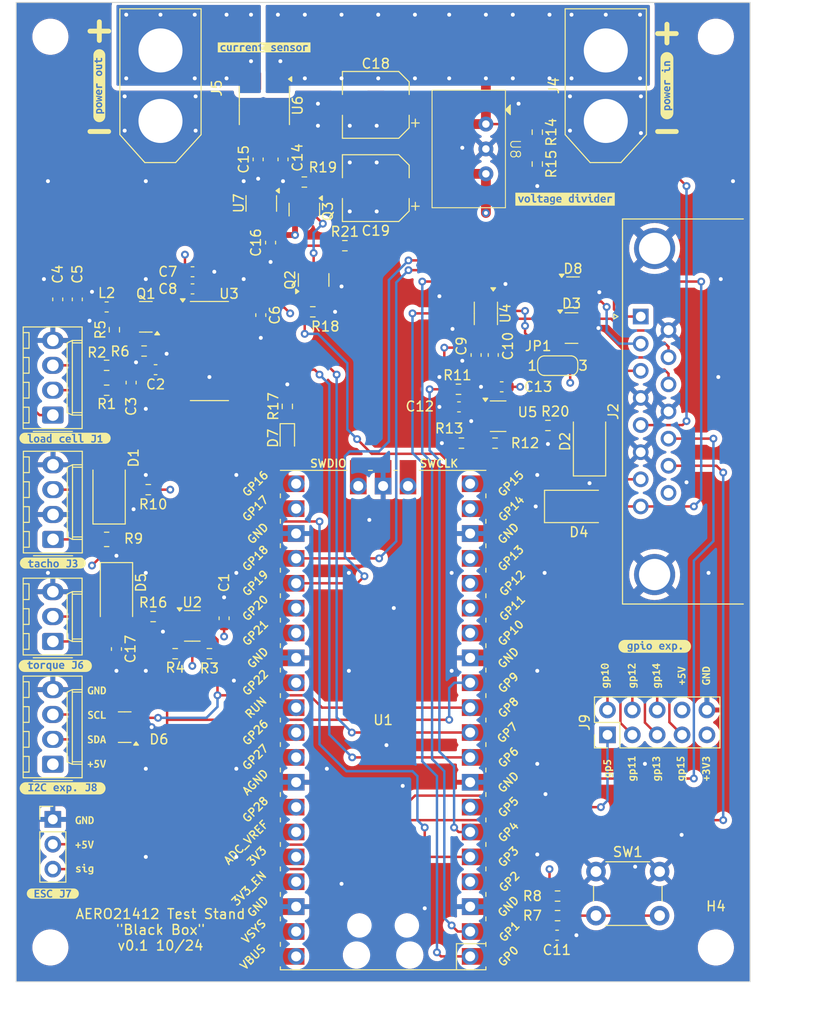
<source format=kicad_pcb>
(kicad_pcb (version 20240108) (generator "pcbnew") (generator_version "8.0")
  (title_block (date "2024-10-17") (rev "1.0"))
  (layers (0 "F.Cu" signal) (1 "In1.Cu" signal) (2 "In2.Cu" signal) (31 "B.Cu" signal) (34 "B.Paste" user) (35 "F.Paste" user) (36 "B.SilkS" user "B.Silkscreen") (37 "F.SilkS" user "F.Silkscreen") (38 "B.Mask" user) (39 "F.Mask" user) (44 "Edge.Cuts" user))
  (net 0 "")
  (net 1 "+5V")
  (net 2 "GND")
  (net 3 "Net-(U3-VBG)")
  (net 4 "Net-(U3-INA-)")
  (net 5 "Net-(U3-INA+)")
  (net 6 "Net-(J1-Pin_1)")
  (net 7 "+3V3")
  (net 8 "/ZERO_BTN")
  (net 9 "Net-(U5-+)")
  (net 10 "Net-(U6-FILTER)")
  (net 11 "Net-(J4-Pin_2)")
  (net 12 "/TACHO_IN")
  (net 13 "Net-(D2-A2)")
  (net 14 "Net-(D3-A2)")
  (net 15 "Net-(D3-A1)")
  (net 16 "/I_SENSE")
  (net 17 "Net-(D5-A2)")
  (net 18 "Net-(J1-Pin_2)")
  (net 19 "Net-(J1-Pin_3)")
  (net 20 "Net-(JP1-C)")
  (net 21 "Net-(Q3-D)")
  (net 22 "Net-(J2-Pin_13)")
  (net 24 "Net-(J2-Pin_14)")
  (net 25 "/V_SENSE")
  (net 26 "Net-(J3-Pin_1)")
  (net 27 "Net-(J5-Pin_2)")
  (net 28 "/GP10")
  (net 29 "/GP11")
  (net 30 "/GP13")
  (net 31 "/GP12")
  (net 32 "/GP15")
  (net 33 "/GP14")
  (net 34 "/GP5")
  (net 35 "Net-(Q1-C)")
  (net 36 "Net-(Q1-B)")
  (net 37 "/I2C0_SDA")
  (net 38 "/I2C0_SCL")
  (net 39 "Net-(U3-VFB)")
  (net 40 "Net-(R7-Pad1)")
  (net 41 "/TACHO_VOLTAGE_PWM")
  (net 42 "Net-(U5--)")
  (net 43 "Net-(U2-VIN+)")
  (net 50 "Net-(D7-A)")
  (net 54 "/I2C_SLAVE_SCL")
  (net 57 "/UART0_TX")
  (net 61 "/HX711_CLK")
  (net 62 "/I2C_SLAVE_SDA")
  (net 63 "/HX711_DATA")
  (net 65 "/UART0_RX")
  (net 68 "/CURRENT_SENSE_EN")
  (net 69 "Net-(D7-K)")
  (net 82 "Net-(U6-VIOUT)")
  (net 83 "Net-(Q2-D)")
  (net 84 "Net-(R12-Pad2)")
  (net 85 "Net-(U7--)")
  (footprint "kibuzzard-672A2B23" (layer "F.Cu") (at 174 76.75)
    (property "Reference" "kibuzzard-672A2B23" (hide yes))
    (property "Value" "G***" (hide yes))
  )
  (footprint "Package_TO_SOT_SMD:SOT-23" (layer "F.Cu") (at 205.41 105.41)
    (property "Reference" "D3")
    (property "Value" "CDSOT23-T05C")
  )
  (footprint "Capacitor_SMD:C_0603_1608Metric" (layer "F.Cu") (at 162.91 109.66)
    (property "Reference" "C2")
    (property "Value" "0.1uF")
  )
  (footprint "Resistor_SMD:R_0603_1608Metric" (layer "F.Cu") (at 176.37 113.41 90)
    (property "Reference" "R17")
    (property "Value" "1K")
  )
  (footprint "Resistor_SMD:R_0603_1608Metric" (layer "F.Cu") (at 203.985 163.41 180)
    (property "Reference" "R8")
    (property "Value" "20K")
  )
  (footprint "kibuzzard-67177131" (layer "F.Cu") (at 211.66 150.41 90)
    (property "Reference" "kibuzzard-67177131" (hide yes))
    (property "Value" "G***" (hide yes))
  )
  (footprint "MountingHole:MountingHole_3.2mm_M3" (layer "F.Cu") (at 152.16 75.66)
    (property "Reference" "H1" (hide yes))
    (property "Value" "MountingHole")
  )
  (footprint "kibuzzard-671771D9" (layer "F.Cu") (at 155.66 158.16)
    (property "Reference" "kibuzzard-671771D9" (hide yes))
    (property "Value" "G***" (hide yes))
  )
  (footprint "Capacitor_SMD:C_0603_1608Metric" (layer "F.Cu") (at 158.91 138.185 -90)
    (property "Reference" "C17")
    (property "Value" "1uF")
  )
  (footprint "Capacitor_SMD:C_0603_1608Metric" (layer "F.Cu") (at 203.935 167.41 180)
    (property "Reference" "C11")
    (property "Value" "0.1uF")
  )
  (footprint "Connector_Dsub:DSUB-15_Female_Horizontal_P2.77x2.84mm_EdgePinOffset7.70mm_Housed_MountingHolesOffset9.12mm" (layer "F.Cu") (at 212.479669 104.235 90)
    (property "Reference" "J2")
    (property "Value" "Conn_01x15")
  )
  (footprint "Package_TO_SOT_SMD:SOT-23" (layer "F.Cu") (at 161.91 104.26 180)
    (property "Reference" "Q1")
    (property "Value" "MMBT4403")
  )
  (footprint "sl-kicad-lib:TR05Sxx" (layer "F.Cu") (at 196.66 87.12 -90)
    (property "Reference" "U8")
    (property "Value" "TR05S05")
  )
  (footprint "Capacitor_SMD:C_0603_1608Metric" (layer "F.Cu") (at 193.91 113.46)
    (property "Reference" "C12")
    (property "Value" "0.1uF")
  )
  (footprint "Resistor_SMD:R_0603_1608Metric" (layer "F.Cu") (at 157.91 109.215)
    (property "Reference" "R2")
    (property "Value" "100R")
  )
  (footprint "Package_TO_SOT_SMD:SOT-23" (layer "F.Cu") (at 205.5625 101.75)
    (property "Reference" "D8")
    (property "Value" "CDSOT23-T05C")
  )
  (footprint "MCU_RaspberryPi_and_Boards:RPi_Pico_SMD_TH" (layer "F.Cu") (at 186.16 145.44 180)
    (property "Reference" "U1")
    (property "Value" "Pico")
  )
  (footprint "kibuzzard-671770F6" (layer "F.Cu") (at 214.16 140.91 90)
    (property "Reference" "kibuzzard-671770F6" (hide yes))
    (property "Value" "G***" (hide yes))
  )
  (footprint "Diode_SMD:D_SMA" (layer "F.Cu") (at 207.25 117 90)
    (property "Reference" "D2")
    (property "Value" "SMAJ5.0A/TR13")
  )
  (footprint "Resistor_SMD:R_0603_1608Metric" (layer "F.Cu") (at 178.11 90.5 180)
    (property "Reference" "R19")
    (property "Value" "3.3K")
  )
  (footprint "Capacitor_SMD:C_0603_1608Metric" (layer "F.Cu") (at 169.91 135.045 90)
    (property "Reference" "C1")
    (property "Value" "1uF")
  )
  (footprint "Capacitor_SMD:C_0603_1608Metric" (layer "F.Cu") (at 154.91 102.48 90)
    (property "Reference" "C5")
    (property "Value" "0.1uF")
  )
  (footprint "Package_TO_SOT_SMD:SOT-23" (layer "F.Cu") (at 159.75375 146.16 180)
    (property "Reference" "D6")
    (property "Value" "CDSOT23-T05C")
  )
  (footprint "kibuzzard-67177262" (layer "F.Cu") (at 153.41 152.41)
    (property "Reference" "kibuzzard-67177262" (hide yes))
    (property "Value" "G***" (hide yes))
  )
  (footprint "MountingHole:MountingHole_3.2mm_M3" (layer "F.Cu") (at 220.16 75.66)
    (property "Reference" "H2" (hide yes))
    (property "Value" "MountingHole")
  )
  (footprint "Package_SO:VSSOP-8_2.3x2mm_P0.5mm" (layer "F.Cu") (at 196.66 103.91 -90)
    (property "Reference" "U4")
    (property "Value" "TXU0202DCUR")
  )
  (footprint "Resistor_SMD:R_0603_1608Metric" (layer "F.Cu") (at 162.16 121.91)
    (property "Reference" "R10")
    (property "Value" "3.3K")
  )
  (footprint "Package_SO:SOIC-8_3.9x4.9mm_P1.27mm" (layer "F.Cu") (at 174.025 82.685 -90)
    (property "Reference" "U6")
    (property "Value" "ACS724LLCTR-50AB-S")
  )
  (footprint "Connector_Molex:Molex_KK-254_AE-6410-04A_1x04_P2.54mm_Vertical" (layer "F.Cu") (at 152.43 126.99 90)
    (property "Reference" "J3" (hide yes))
    (property "Value" "Conn_01x04")
  )
  (footprint "Resistor_SMD:R_0603_1608Metric" (layer "F.Cu") (at 178.9725 103.75 180)
    (property "Reference" "R18")
    (property "Value" "3.3K")
  )
  (footprint "Resistor_SMD:R_0603_1608Metric" (layer "F.Cu") (at 203.985 165.41 180)
    (property "Reference" "R7")
    (property "Value" "3.3K")
  )
  (footprint "Connector_Molex:Molex_KK-254_AE-6410-04A_1x04_P2.54mm_Vertical" (layer "F.Cu") (at 152.41 114.295 90)
    (property "Reference" "J1" (hide yes))
    (property "Value" "Conn_01x04")
  )
  (footprint "Resistor_SMD:R_0603_1608Metric" (layer "F.Cu") (at 182.25 97)
    (property "Reference" "R21")
    (property "Value" "1K")
  )
  (footprint "kibuzzard-6717711C" (layer "F.Cu") (at 216.66 150.41 90)
    (property "Reference" "kibuzzard-6717711C" (hide yes))
    (property "Value" "G***" (hide yes))
  )
  (footprint "Connector_AMASS:AMASS_XT60-M_1x02_P7.20mm_Vertical" (layer "F.Cu") (at 208.91 84.26 90)
    (property "Reference" "J4")
    (property "Value" "Conn_01x02")
  )
  (footprint "Connector_AMASS:AMASS_XT60-F_1x02_P7.20mm_Vertical" (layer "F.Cu") (at 163.41 84.26 90)
    (property "Reference" "J5")
    (property "Value" "Conn_01x02")
  )
  (footprint "Resistor_SMD:R_0603_1608Metric" (layer "F.Cu") (at 161.735 107.755 180)
    (property "Reference" "R6")
    (property "Value" "8.2K")
  )
  (footprint "kibuzzard-671773D8" (layer "F.Cu") (at 152.41 129.41)
    (property "Reference" "kibuzzard-671773D8" (hide yes))
    (property "Value" "G***" (hide yes))
  )
  (footprint "kibuzzard-671770F1" (layer "F.Cu") (at 211.66 140.91 90)
    (property "Reference" "kibuzzard-671770F1" (hide yes))
    (property "Value" "G***" (hide yes))
  )
  (footprint "Resistor_SMD:R_0603_1608Metric" (layer "F.Cu") (at 201.91 88.66 -90)
    (property "Reference" "R15")
    (property "Value" "2K")
  )
  (footprint "Capacitor_SMD:C_0603_1608Metric" (layer "F.Cu") (at 197.41 108.16 -90)
    (property "Reference" "C10")
    (property "Value" "1uF")
  )
  (footprint "Connector_PinHeader_2.54mm:PinHeader_2x05_P2.54mm_Vertical" (layer "F.Cu") (at 209.085 146.95 90)
    (property "Reference" "J9")
    (property "Value" "Conn_02x05_Odd_Even")
  )
  (footprint "Capacitor_SMD:C_0603_1608Metric" (layer "F.Cu") (at 175.93 88.185 -90)
    (property "Reference" "C14")
    (property "Value" "1uF")
  )
  (footprint "Capacitor_SMD:CP_Elec_6.3x5.7" (layer "F.Cu") (at 185.41 91.12 180)
    (property "Reference" "C19")
    (property "Value" "47uF")
  )
  (footprint "Package_TO_SOT_SMD:SOT-23" (layer "F.Cu") (at 179.06 100.5 90)
    (property "Reference" "Q2")
    (property "Value" "2N7002BK,215")
  )
  (footprint "kibuzzard-67177127" (layer "F.Cu") (at 214.16 150.41 90)
    (property "Reference" "kibuzzard-67177127" (hide yes))
    (property "Value" "G***" (hide yes))
  )
  (footprint "kibuzzard-671775A0" (layer "F.Cu") (at 157.16 80.66 90)
    (property "Reference" "kibuzzard-671775A0" (hide yes))
    (property "Value" "G***" (hide yes))
  )
  (footprint "kibuzzard-671772D6" (layer "F.Cu") (at 156.91 147.41)
    (property "Reference" "kibuzzard-671772D6" (hide yes))
    (property "Value" "G***" (hide yes))
  )
  (footprint "kibuzzard-67177102" (layer "F.Cu") (at 216.66 140.91 90)
    (property "Reference" "kibuzzard-67177102" (hide yes))
    (property "Value" "G***" (hide yes))
  )
  (footprint "Capacitor_SMD:C_0603_1608Metric" (layer "F.Cu") (at 160.41 110.98 -90)
    (property "Reference" "C3")
    (property "Value" "0.1uF")
  )
  (footprint "kibuzzard-67177297" (layer "F.Cu") (at 152.66 139.91)
    (property "Reference" "kibuzzard-67177297" (hide yes))
    (property "Value" "G***" (hide yes))
  )
  (footprint "Diode_SMD:D_0603_1608Metric" (layer "F.Cu") (at 176.37 116.66 -90)
    (property "Reference" "D7")
    (property "Value" "Green")
  )
  (footprint "Capacitor_SMD:C_0603_1608Metric" (layer "F.Cu") (at 173.66 104.085 -90)
    (property "Reference" "C6")
    (property "Value" "1uF")
  )
  (footprint "kibuzzard-67177114" (layer "F.Cu") (at 219.16 150.41 90)
    (property "Reference" "kibuzzard-67177114" (hide yes))
    (property "Value" "G***" (hide yes))
  )
  (footprint "Package_TO_SOT_SMD:SOT-23" (layer "F.Cu") (at 178.11 93.3125 -90)
    (property "Reference" "Q3")
    (property "Value" "NX3008PBK,215")
  )
  (footprint "MountingHole:MountingHole_3.2mm_M3" (layer "F.Cu") (at 152.16 168.66)
    (property "Reference" "H3" (hide yes))
    (property "Value" "MountingHole")
  )
  (footprint "kibuzzard-6717758B" (layer "F.Cu") (at 215.16 80.66 90)
    (property "Reference" "kibuzzard-6717758B" (hide yes))
    (property "Value" "G***" (hide yes))
  )
  (footprint "Connector_Molex:Molex_KK-254_AE-6410-04A_1x04_P2.54mm_Vertical" (layer "F.Cu") (at 152.41 149.95 90)
    (property "Reference" "J8" (hide yes))
    (property "Value" "Conn_01x04")
  )
  (footprint "Resistor_SMD:R_0603_1608Metric" (layer "F.Cu") (at 162.66 134.87)
    (property "Reference" "R16")
    (property "Value" "1K")
  )
  (footprint "Resistor_SMD:R_0603_1608Metric" (layer "F.Cu") (at 164.91 138.66 180)
    (property "Reference" "R4")
    (property "Value" "3.3K")
  )
  (footprint "Resistor_SMD:R_0603_1608Metric" (layer "F.Cu") (at 203 115.36)
    (property "Reference" "R20")
    (property "Value" "1K")
  )
  (footprint "kibuzzard-67177472" (layer "F.Cu") (at 153.66 116.66)
    (property "Reference" "kibuzzard-67177472" (hide yes))
    (property "Value" "G***" (hide yes))
  )
  (footprint "kibuzzard-671771D1" (layer "F.Cu") (at 156.91 142.41)
    (property "Reference" "kibuzzard-671771D1" (hide yes))
    (property "Value" "G***" (hide yes))
  )
  (footprint "Capacitor_SMD:C_0603_1608Metric" (layer "F.Cu") (at 174.66 96.685 -90)
    (property "Reference" "C16")
    (property "Value" "1uF")
  )
  (footprint "Resistor_SMD:R_0603_1608Metric" (layer "F.Cu") (at 193.86 111.66)
    (property "Reference" "R11")
    (property "Value" "1.6K")
  )
  (footprint "Resistor_SMD:R_0603_1608Metric" (layer "F.Cu") (at 158.6975 105.58 90)
    (property "Reference" "R5")
    (property "Value" "20K")
  )
  (footprint "Diode_SMD:D_SMA" (layer "F.Cu") (at 206.16 123.625)
    (property "Reference" "D4")
    (property "Value" "SMAJ5.0A/TR13")
  )
  (footprint "Connector_Molex:Molex_KK-254_AE-6410-03A_1x03_P2.54mm_Vertical" (layer "F.Cu") (at 152.41 137.41 90)
    (property "Reference" "J6" (hide yes))
    (property "Value" "Conn_01x03")
  )
  (footprint "Capacitor_SMD:C_0603_1608Metric" (layer "F.Cu") (at 152.91 102.48 90)
    (property "Reference" "C4")
    (property "Value" "10uF")
  )
  (footprint "Resistor_SMD:R_0805_2012Metric" (layer "F.Cu") (at 157.91 126.99)
    (property "Reference" "R9")
    (property "Value" "110R")
  )
  (footprint "kibuzzard-671772CC" (layer "F.Cu") (at 156.91 144.91)
    (property "Reference" "kibuzzard-671772CC" (hide yes))
    (property "Value" "G***" (hide yes))
  )
  (footprint "kibuzzard-67177092" (layer "F.Cu") (at 213.91 137.91)
    (property "Reference" "kibuzzard-67177092" (hide yes))
    (property "Value" "G***" (hide yes))
  )
  (footprint "Capacitor_SMD:C_0603_1608Metric" (layer "F.Cu") (at 166.685 99.66)
    (property "Reference" "C7")
    (property "Value" "10uF")
  )
  (footprint "kibuzzard-672A2B3E" (layer "F.Cu") (at 204.75 92.25)
    (property "Reference" "kibuzzard-672A2B3E" (hide yes))
    (property "Value" "G***" (hide yes))
  )
  (footprint "kibuzzard-67177109" (layer "F.Cu") (at 219.16 140.91 90)
    (property "Reference" "kibuzzard-67177109" (hide yes))
    (property "Value" "G***" (hide yes))
  )
  (footprint "Inductor_SMD:L_0603_1608Metric" (layer "F.Cu") (at 157.91 103.255)
    (property "Reference" "L2")
    (property "Value" "3.3uH")
  )
  (footprint "kibuzzard-671771D9" (layer "F.Cu") (at 156.91 149.91)
    (property "Reference" "kibuzzard-671771D9" (hide yes))
    (property "Value" "G***" (hide yes))
  )
  (footprint "Package_TO_SOT_SMD:SOT-23-5" (layer "F.Cu") (at 197.91 114.41)
    (property "Reference" "U5")
    (property "Value" "LMV321")
  )
  (footprint "kibuzzard-671770C0" (layer "F.Cu") (at 208.91 140.91 90)
    (property "Reference" "kibuzzard-671770C0" (hide yes))
    (property "Value" "G***" (hide yes))
  )
  (footprint "Capacitor_SMD:CP_Elec_6.3x5.7" (layer "F.Cu") (at 185.41 82.62 180)
    (property "Reference" "C18")
    (property "Value" "22uF")
  )
  (footprint "Package_TO_SOT_SMD:SOT-23-6" (layer "F.Cu") (at 166.66 135.82)
    (property "Reference" "U2")
    (property "Value" "ADS1100")
  )
  (footprint "Resistor_SMD:R_0603_1608Metric" (layer "F.Cu") (at 201.91 85.405 -90)
    (property "Reference" "R14")
    (property "Value" "10K")
  )
  (footprint "Button_Switch_THT:SW_PUSH_6mm" (layer "F.Cu") (at 207.91 160.91)
    (property "Reference" "SW1")
    (property "Value" "SW_Push")
  )
  (footprint "Capacitor_SMD:C_0603_1608Metric" (layer "F.Cu") (at 166.685 101.41)
    (property "Reference" "C8")
    (property "Value" "0.1uF")
  )
  (footprint "Capacitor_SMD:C_0603_1608Metric" (layer "F.Cu") (at 195.66 108.16 -90)
    (property "Reference" "C9")
    (property "Value" "1uF")
  )
  (footprint "Resistor_SMD:R_0603_1608Metric" (layer "F.Cu") (at 168.41 138.66)
    (property "Reference" "R3")
    (property "Value" "3.3K")
  )
  (footprint "MountingHole:MountingHole_3.2mm_M3" (layer "F.Cu") (at 220.16 168.66)
    (property "Reference" "H4")
    (property "Value" "MountingHole")
  )
  (footprint "kibuzzard-671771E1" (layer "F.Cu") (at 155.66 160.66)
    (property "Reference" "kibuzzard-671771E1" (hide yes))
    (property "Value" "G***" (hide yes))
  )
  (footprint "kibuzzard-67177240" (layer "F.Cu") (at 152.41 163.16)
    (property "Reference" "kibuzzard-67177240" (hide yes))
    (property "Value" "G***" (hide yes))
  )
  (footprint "Jumper:SolderJumper-3_P1.3mm_Bridged12_RoundedPad1.0x1.5mm_NumberLabels" (layer "F.Cu") (at 204 109.25)
    (property "Reference" "JP1")
    (property "Value" "3p jumper")
  )
  (footprint "Capacitor_SMD:C_0603_1608Metric" (layer "F.Cu") (at 173.39 88.185 -90)
    (property "Reference" "C15")
    (property "Value" "0.1uF")
  )
  (footprint "Diode_SMD:D_SMA" (layer "F.Cu") (at 158.16 121.91 90)
    (property "Reference" "D1")
    (property "Value" "SMAJ5.0A/TR13")
  )
  (footprint "Package_SO:SOP-16_3.9x9.9mm_P1.27mm" (layer "F.Cu") (at 168.41 107.755)
    (property "Reference" "U3")
    (property "Value" "HX711")
  )
  (footprint "Resistor_SMD:R_0603_1608Metric" (layer "F.Cu") (at 194.16 117.16)
    (property "Reference" "R13")
    (property "Value" "9.76K")
  )
  (footprint "Package_TO_SOT_SMD:SOT-23-5" (layer "F.Cu") (at 173.71 92.685 -90)
    (property "Reference" "U7")
    (property "Value" "LMV321")
  )
  (footprint "Connector_PinHeader_2.54mm:PinHeader_1x03_P2.54mm_Vertical" (layer "F.Cu") (at 152.41 155.58)
    (property "Reference" "J7" (hide yes))
    (property "Value" "Conn_01x03")
  )
  (footprint "Capacitor_SMD:C_0603_1608Metric" (layer "F.Cu") (at 198.2725 111.41 180)
    (property "Reference" "C13")
    (property "Value" "1uF")
  )
  (footprint "Resistor_SMD:R_0603_1608Metric" (layer "F.Cu") (at 197.5975 117.16)
    (property "Reference" "R12")
    (property "Value" "5.1K")
  )
  (footprint "kibuzzard-671771D1" (layer "F.Cu") (at 155.66 155.66)
    (property "Reference" "kibuzzard-671771D1" (hide yes))
    (property "Value" "G***" (hide yes))
  )
  (footprint "Diode_SMD:D_SMA" (layer "F.Cu") (at 158.91 132.87 -90)
    (property "Reference" "D5")
    (property "Value" "SMAJ5.0A/TR13")
  )
  (footprint "kibuzzard-6717717D" (layer "F.Cu") (at 209.16 150.41 90)
    (property "Reference" "kibuzzard-6717717D" (hide yes))
    (property "Value" "G***" (hide yes))
  )
  (footprint "Resistor_SMD:R_0603_1608Metric" (layer "F.Cu") (at 157.91 111.755)
    (property "Reference" "R1")
    (property "Value" "100R")
  )
  (gr_rect (start 148.66 72.16) (end 223.66 172.16) (stroke (width 0.1)) (fill none) (layer "Edge.Cuts"))
  (gr_text "+" (at 157.16 74.91 0) (layer "F.SilkS") (effects (font (size 2.5 2.5) (thickness 0.5) (bold yes))))
  (gr_text "-" (at 157.16 85.16 0) (layer "F.SilkS") (effects (font (size 2.5 2.5) (thickness 0.5) (bold yes))))
  (gr_text "+" (at 215.16 75.16 0) (layer "F.SilkS") (effects (font (size 2.5 2.5) (thickness 0.5) (bold yes))))
  (gr_text "-" (at 215.16 85.16 0) (layer "F.SilkS") (effects (font (size 2.5 2.5) (thickness 0.5) (bold yes))))
  (gr_text "AERO21412 Test Stand\n{dblquote}Black Box{dblquote}\nv0.1 10/24" (at 163.41 164.66 0) (layer "F.SilkS") (effects (font (size 1 1)) (justify top)))
  (segment (start 156.41 129.66) (end 158.8225 127.2475) (width 0.25) (layer "F.Cu") (net 1))
  (segment (start 177.285 90.41) (end 177.285 91.125) (width 0.25) (layer "F.Cu") (net 1))
  (segment (start 152.41 137.41) (end 158.91 137.41) (width 0.25) (layer "F.Cu") (net 1))
  (segment (start 177.16 95.91) (end 177.16 92.265) (width 0.6) (layer "F.Cu") (net 1))
  (segment (start 174.66 95.91) (end 174.66 93.8225) (width 0.25) (layer "F.Cu") (net 1))
  (segment (start 177.16 91.25) (end 177.16 92.16) (width 0.25) (layer "F.Cu") (net 1))
  (segment (start 167.7975 135.82) (end 169.91 135.82) (width 0.25) (layer "F.Cu") (net 1))
  (segment (start 165.91 103.31) (end 162.8475 103.31) (width 0.25) (layer "F.Cu") (net 1))
  (segment (start 165.91 103.31) (end 165.91 99.66) (width 0.25) (layer "F.Cu") (net 1))
  (segment (start 199.0475 113.46) (end 199.0475 111.41) (width 0.25) (layer "F.Cu") (net 1))
  (segment (start 177.16 95.91) (end 174.66 95.91) (width 0.6) (layer "F.Cu") (net 1))
  (segment (start 169.91 135.82) (end 169.91 136.91) (width 0.25) (layer "F.Cu") (net 1))
  (segment (start 158.8225 127.2475) (end 158.8225 126.99) (width 0.25) (layer "F.Cu") (net 1))
  (segment (start 196.66 89.66) (end 194.16 89.66) (width 1) (layer "F.Cu") (net 1))
  (segment (start 196.66 89.66) (end 196.66 93.66) (width 1) (layer "F.Cu") (net 1))
  (segment (start 165.91 99.66) (end 165.91 97.91) (width 0.25) (layer "F.Cu") (net 1))
  (segment (start 177.285 91.125) (end 177.16 91.25) (width 0.25) (layer "F.Cu") (net 1))
  (segment (start 192.7 91.12) (end 188.11 91.12) (width 1) (layer "F.Cu") (net 1))
  (segment (start 194.16 89.66) (end 192.7 91.12) (width 1) (layer "F.Cu") (net 1))
  (segment (start 199.0475 111.41) (end 200.16 111.41) (width 0.25) (layer "F.Cu") (net 1))
  (segment (start 205.275 109.275) (end 205.3 109.25) (width 0.25) (layer "F.Cu") (net 1))
  (segment (start 205.275 111) (end 205.275 109.275) (width 0.25) (layer "F.Cu") (net 1))
  (via (at 156.41 129.66) (size 0.8) (drill 0.4) (layers "F.Cu" "B.Cu") (net 1))
  (via (at 165.91 97.91) (size 0.8) (drill 0.4) (layers "F.Cu" "B.Cu") (net 1))
  (via (at 177.16 95.91) (size 0.8) (drill 0.4) (layers "F.Cu" "B.Cu") (net 1))
  (via (at 196.66 93.66) (size 0.8) (drill 0.4) (layers "F.Cu" "B.Cu") (net 1))
  (via (at 169.91 136.91) (size 0.8) (drill 0.4) (layers "F.Cu" "B.Cu") (net 1))
  (via (at 200.16 111.41) (size 0.8) (drill 0.4) (layers "F.Cu" "B.Cu") (net 1))
  (via (at 205.275 111) (size 0.8) (drill 0.4) (layers "F.Cu" "B.Cu") (net 1))
  (segment (start 207.25 119) (end 207.25 121.25) (width 0.25) (layer "F.Cu") (net 2))
  (segment (start 173.66 104.86) (end 173.66 106.41) (width 0.25) (layer "F.Cu") (net 2))
  (segment (start 206.3475 105.41) (end 208.16 105.41) (width 0.25) (layer "F.Cu") (net 2))
  (segment (start 197.16 100.91) (end 198.66 100.91) (width 0.25) (layer "F.Cu") (net 2))
  (segment (start 176.37 111.16) (end 176.37 112.585) (width 0.25) (layer "F.Cu") (net 2))
  (segment (start 195.66 114.41) (end 195.16 114.91) (width 0.25) (layer "F.Cu") (net 2))
  (segment (start 155.62 124.45) (end 156.16 123.91) (width 0.25) (layer "F.Cu") (net 2))
  (segment (start 173.39 90.16) (end 173.39 90.39) (width 0.25) (layer "F.Cu") (net 2))
  (segment (start 180 101.4475) (end 180.01 101.4375) (width 0.25) (layer "F.Cu") (net 2))
  (segment (start 164.035 108.035) (end 164.39 108.39) (width 0.25) (layer "F.Cu") (net 2))
  (segment (start 204.71 167.41) (end 205.91 167.41) (width 0.25) (layer "F.Cu") (net 2))
  (segment (start 152.41 132.33) (end 155.74 132.33) (width 0.25) (layer "F.Cu") (net 2))
  (segment (start 196.91 101.41) (end 196.91 101.16) (width 0.25) (layer "F.Cu") (net 2))
  (segment (start 164.39 108.39) (end 165.91 108.39) (width 0.25) (layer "F.Cu") (net 2))
  (segment (start 206.5 101.75) (end 208.25 101.75) (width 0.25) (layer "F.Cu") (net 2))
  (segment (start 196.91 102.51) (end 196.91 101.41) (width 0.25) (layer "F.Cu") (net 2))
  (segment (start 152.43 124.45) (end 155.62 124.45) (width 0.25) (layer "F.Cu") (net 2))
  (segment (start 172.43 104.58) (end 170.91 104.58) (width 0.25) (layer "F.Cu") (net 2))
  (segment (start 195.66 108.935) (end 194.435 108.935) (width 0.25) (layer "F.Cu") (net 2))
  (segment (start 156.16 123.91) (end 158.16 123.91) (width 0.25) (layer "F.Cu") (net 2))
  (segment (start 196.7725 114.41) (end 195.66 114.41) (width 0.25) (layer "F.Cu") (net 2))
  (segment (start 155.74 132.33) (end 157.2 130.87) (width 0.25) (layer "F.Cu") (net 2))
  (segment (start 197.41 108.935) (end 195.66 108.935) (width 0.25) (layer "F.Cu") (net 2))
  (segment (start 165.5225 135.82) (end 164.25 135.82) (width 0.25) (layer "F.Cu") (net 2))
  (segment (start 161.66 109.66) (end 160.91 108.91) (width 0.25) (layer "F.Cu") (net 2))
  (segment (start 167.7975 134.87) (end 168.7 134.87) (width 0.25) (layer "F.Cu") (net 2))
  (segment (start 197.4975 111.41) (end 196.16 111.41) (width 0.25) (layer "F.Cu") (net 2))
  (segment (start 158.81625 146.16) (end 162.50375 146.16) (width 0.25) (layer "F.Cu") (net 2))
  (segment (start 152.91 101.705) (end 156.365 101.705) (width 0.25) (layer "F.Cu") (net 2))
  (segment (start 193.135 113.46) (end 191.91 113.46) (width 0.25) (layer "F.Cu") (net 2))
  (segment (start 179.7975 103.75) (end 181.25 103.75) (width 0.25) (layer "F.Cu") (net 2))
  (segment (start 173.39 88.96) (end 173.39 90.16) (width 0.25) (layer "F.Cu") (net 2))
  (segment (start 170.91 105.85) (end 173.1 105.85) (width 0.25) (layer "F.Cu") (net 2))
  (segment (start 173.66 104.86) (end 172.71 104.86) (width 0.25) (layer "F.Cu") (net 2))
  (segment (start 163.755 107.755) (end 162.56 107.755) (width 0.25) (layer "F.Cu") (net 2))
  (segment (start 158.91 138.96) (end 158.91 140.41) (width 0.25) (layer "F.Cu") (net 2))
  (segment (start 194.435 108.935) (end 194.25 108.75) (width 0.25) (layer "F.Cu") (net 2))
  (segment (start 164.035 108.035) (end 163.755 107.755) (width 0.25) (layer "F.Cu") (net 2))
  (segment (start 173.39 90.39) (end 173.71 90.71) (width 0.25) (layer "F.Cu") (net 2))
  (segment (start 158.16 123.91) (end 160.66 123.91) (width 0.25) (layer "F.Cu") (net 2))
  (segment (start 175.93 88.96) (end 175.93 90.41) (width 0.25) (layer "F.Cu") (net 2))
  (segment (start 173.71 90.71) (end 173.71 91.5475) (width 0.25) (layer "F.Cu") (net 2))
  (segment (start 169.91 134.27) (end 169.91 132.91) (width 0.25) (layer "F.Cu") (net 2))
  (segment (start 196.91 101.16) (end 197.16 100.91) (width 0.25) (layer "F.Cu") (net 2))
  (segment (start 193.335 117.16) (end 192.16 117.16) (width 0.25) (layer "F.Cu") (net 2))
  (segment (start 204.16 123.625) (end 201.75 123.625) (width 0.25) (layer "F.Cu") (net 2))
  (segment (start 169.3 134.27) (end 169.91 134.27) (width 0.25) (layer "F.Cu") (net 2))
  (segment (start 162.135 109.66) (end 161.66 109.66) (width 0.25) (layer "F.Cu") (net 2))
  (segment (start 172.71 104.86) (end 172.43 104.58) (width 0.25) (layer "F.Cu") (net 2))
  (segment (start 164.25 135.82) (end 163.66 136.41) (width 0.25) (layer "F.Cu") (net 2))
  (segment (start 173.1 105.85) (end 173.66 106.41) (width 0.25) (layer "F.Cu") (net 2))
  (segment (start 157.2 130.87) (end 158.91 130.87) (width 0.25) (layer "F.Cu") (net 2))
  (segment (start 179.7975 104) (end 180 103.7975) (width 0.25) (layer "F.Cu") (net 2))
  (segment (start 180 103.7975) (end 180 101.4475) (width 0.25) (layer "F.Cu") (net 2))
  (segment (start 201.91 89.485) (end 201.91 90.91) (width 0.25) (layer "F.Cu") (net 2))
  (segment (start 168.7 134.87) (end 169.3 134.27) (width 0.25) (layer "F.Cu") (net 2))
  (segment (start 174.66 97.46) (end 174.66 98.66) (width 0.25) (layer "F.Cu") (net 2))
  (segment (start 167.46 99.66) (end 168.91 99.66) (width 0.25) (layer "F.Cu") (net 2))
  (segment (start 167.46 99.66) (end 167.46 101.41) (width 0.25) (layer "F.Cu") (net 2))
  (segment (start 158.91 130.87) (end 158.91 128.66) (width 0.25) (layer "F.Cu") (net 2))
  (via (at 173.66 106.41) (size 0.8) (drill 0.4) (layers "F.Cu" "B.Cu") (net 2))
  (via (at 205.25 85.25) (size 0.8) (drill 0.4) (layers "F.Cu" "B.Cu") (net 2))
  (via (at 192.16 117.16) (size 0.8) (drill 0.4) (layers "F.Cu" "B.Cu") (net 2))
  (via (at 201.91 140.41) (size 0.8) (drill 0.4) (layers "F.Cu" "B.Cu") (net 2))
  (via (at 219.41 130.41) (size 0.8) (drill 0.4) (layers "F.Cu" "B.Cu") (net 2))
  (via (at 184.75 125) (size 0.8) (drill 0.4) (layers "F.Cu" "B.Cu") (net 2))
  (via (at 217.16 121.16) (size 0.8) (drill 0.4) (layers "F.Cu" "B.Cu") (net 2))
  (via (at 188.16 152.16) (size 0.8) (drill 0.4) (layers "F.Cu" "B.Cu") (net 2))
  (via (at 220.66 100.41) (size 0.8) (drill 0.4) (layers "F.Cu" "B.Cu") (net 2))
  (via (at 191.91 110.41) (size 0.8) (drill 0.4) (layers "F.Cu" "B.Cu") (net 2))
  (via (at 171.91 90.41) (size 0.8) (drill 0.4) (layers "F.Cu" "B.Cu") (net 2))
  (via (at 182.75 84.75) (size 0.8) (drill 0.4) (layers "F.Cu" "B.Cu") (net 2))
  (via (at 201.91 90.91) (size 0.8) (drill 0.4) (layers "F.Cu" "B.Cu") (net 2))
  (via (at 168.41 110.41) (size 0.8) (drill 0.4) (layers "F.Cu" "B.Cu") (net 2))
  (via (at 176.37 111.16) (size 0.8) (drill 0.4) (layers "F.Cu" "B.Cu") (net 2))
  (via (at 185.5 93.5) (size 0.8) (drill 0.4) (layers "F.Cu" "B.Cu") (net 2))
  (via (at 171.91 100.41) (size 0.8) (drill 0.4) (layers "F.Cu" "B.Cu") (net 2))
  (via (at 171.16 120.41) (size 0.8) (drill 0.4) (layers "F.Cu" "B.Cu") (net 2))
  (via (at 194.25 108.75) (size 0.8) (drill 0.4) (layers "F.Cu" "B.Cu") (net 2))
  (via (at 167 85.25) (size 0.8) (drill 0.4) (layers "F.Cu" "B.Cu") (net 2))
  (via (at 160.66 123.91) (size 0.8) (drill 0.4) (layers "F.Cu" "B.Cu") (net 2))
  (via (at 175.93 90.41) (size 0.8) (drill 0.4) (layers "F.Cu" "B.Cu") (net 2))
  (via (at 201.91 159.16) (size 0.8) (drill 0.4) (layers "F.Cu" "B.Cu") (net 2))
  (via (at 170.91 141.41) (size 0.8) (drill 0.4) (layers "F.Cu" "B.Cu") (net 2))
  (via (at 221.91 90.41) (size 0.8) (drill 0.4) (layers "F.Cu" "B.Cu") (net 2))
  (via (at 158.91 140.41) (size 0.8) (drill 0.4) (layers "F.Cu" "B.Cu") (net 2))
  (via (at 158.91 128.66) (size 0.8) (drill 0.4) (layers "F.Cu" "B.Cu") (net 2))
  (via (at 212.5 81.75) (size 0.8) (drill 0.4) (layers "F.Cu" "B.Cu") (net 2))
  (via (at 207.25 121.25) (size 0.8) (drill 0.4) (layers "F.Cu" "B.Cu") (net 2))
  (via (at 156.16 104.66) (size 0.8) (drill 0.4) (layers "F.Cu" "B.Cu") (net 2))
  (via (at 196.16 111.41) (size 0.8) (drill 0.4) (layers "F.Cu" "B.Cu") (net 2))
  (via (at 162.50375 146.16) (size 0.8) (drill 0.4) (layers "F.Cu" "B.Cu") (net 2))
  (via (at 220.41 110.41) (size 0.8) (drill 0.4) (layers "F.Cu" "B.Cu") (net 2))
  (via (at 151.5 100.41) (size 0.8) (drill 0.4) (layers "F.Cu" "B.Cu") (net 2))
  (via (at 190.41 164.66) (size 0.8) (drill 0.4) (layers "F.Cu" "B.Cu") (net 2))
  (via (at 161.91 130.41) (size 0.8) (drill 0.4) (layers "F.Cu" "B.Cu") (net 2))
  (via (at 208.25 101.75) (size 0.8) (drill 0.4) (layers "F.Cu" "B.Cu") (net 2))
  (via (at 160.91 108.91) (size 0.8) (drill 0.4) (layers "F.Cu" "B.Cu") (net 2))
  (via (at 182.75 88.5) (size 0.8) (drill 0.4) (layers "F.Cu" "B.Cu") (net 2))
  (via (at 167 81.75) (size 0.8) (drill 0.4) (layers "F.Cu" "B.Cu") (net 2))
  (via (at 181.91 162.16) (size 0.8) (drill 0.4) (layers "F.Cu" "B.Cu") (net 2))
  (via (at 164.035 108.035) (size 0.8) (drill 0.4) (layers "F.Cu" "B.Cu") (net 2))
  (via (at 185.5 84.75) (size 0.8) (drill 0.4) (layers "F.Cu" "B.Cu") (net 2))
  (via (at 205.25 81.75) (size 0.8) (drill 0.4) (layers "F.Cu" "B.Cu") (net 2))
  (via (at 161.91 100.41) (size 0.8) (drill 0.4) (layers "F.Cu" "B.Cu") (net 2))
  (via (at 200 82.5) (size 0.8) (drill 0.4) (layers "F.Cu" "B.Cu") (net 2))
  (via (at 201.91 149.91) (size 0.8) (drill 0.4) (layers "F.Cu" "B.Cu") (net 2))
  (via (at 208.16 105.41) (size 0.8) (drill 0.4) (layers "F.Cu" "B.Cu") (net 2))
  (via (at 216.66 157.16) (size 0.8) (drill 0.4) (layers "F.Cu" "B.Cu") (net 2))
  (via (at 161.91 150.41) (size 0.8) (drill 0.4) (layers "F.Cu" "B.Cu") (net 2))
  (via (at 203 117.25) (size 0.8) (drill 0.4) (layers "F.Cu" "B.Cu") (net 2))
  (via (at 186.5 148) (size 0.8) (drill 0.4) (layers "F.Cu" "B.Cu") (net 2))
  (via (at 179.5 82.5) (size 0.8) (drill 0.4) (layers "F.Cu" "B.Cu") (net 2))
  (via (at 171.16 150.41) (size 0.8) (drill 0.4) (layers "F.Cu" "B.Cu") (net 2))
  (via (at 180.41 150.41) (size 0.8) (drill 0.4) (layers "F.Cu" "B.Cu") (net 2))
  (via (at 171.16 130.41) (size 0.8) (drill 0.4) (layers "F.Cu" "B.Cu") (net 2))
  (via (at 195.16 114.91) (size 0.8) (drill 0.4) (layers "F.Cu" "B.Cu") (net 2))
  (via (at 163.66 136.41) (size 0.8) (drill 0.4) (layers "F.Cu" "B.Cu") (net 2))
  (via (at 212.91 149.91) (size 0.8) (drill 0.4) (layers "F.Cu" "B.Cu") (net 2))
  (via (at 202.75 153) (size 0.8) (drill 0.4) (layers "F.Cu" "B.Cu") (net 2))
  (via (at 185.5 88.5) (size 0.8) (drill 0.4) (layers "F.Cu" "B.Cu") (net 2))
  (via (at 161.91 113.66) (size 0.8) (drill 0.4) (layers "F.Cu" "B.Cu") (net 2))
  (via (at 198.66 100.91) (size 0.8) (drill 0.4) (layers "F.Cu" "B.Cu") (net 2))
  (via (at 159.75 85.25) (size 0.8) (drill 0.4) (layers "F.Cu" "B.Cu") (net 2))
  (via (at 194.25 87) (size 0.8) (drill 0.4) (layers "F.Cu" "B.Cu") (net 2))
  (via (at 159.75 81.75) (size 0.8) (drill 0.4) (layers "F.Cu" "B.Cu") (net 2))
  (via (at 161.91 159.41) (size 0.8) (drill 0.4) (layers "F.Cu" "B.Cu") (net 2))
  (via (at 168.91 99.66) (size 0.8) (drill 0.4) (layers "F.Cu" "B.Cu") (net 2))
  (via (at 171.16 159.41) (size 0.8) (drill 0.4) (layers "F.Cu" "B.Cu") (net 2))
  (via (at 193.16 130.41) (size 0.8) (drill 0.4) (layers "F.Cu" "B.Cu") (net 2))
  (via (at 182.66 130.41) (size 0.8) (drill 0.4) (layers "F.Cu" "B.Cu") (net 2))
  (via (at 174.66 98.66) (size 0.8) (drill 0.4) (layers "F.Cu" "B.Cu") (net 2))
  (via (at 201.91 120.41) (size 0.8) (drill 0.4) (layers "F.Cu" "B.Cu") (net 2))
  (via (at 193.16 140.41) (size 0.8) (drill 0.4) (layers "F.Cu" "B.Cu") (net 2))
  (via (at 173.39 90.16) (size 0.8) (drill 0.4) (layers "F.Cu" "B.Cu") (net 2))
  (via (at 161.91 90.41) (size 0.8) (drill 0.4) (layers "F.Cu" "B.Cu") (net 2))
  (via (at 182.75 93.5) (size 0.8) (drill 0.4) (layers "F.Cu" "B.Cu") (net 2))
  (via (at 201.75 123.625) (size 0.8) (drill 0.4) (layers "F.Cu" "B.Cu") (net 2))
  (via (at 156.41 101.705) (size 0.8) (drill 0.4) (layers "F.Cu" "B.Cu") (net 2))
  (via (at 191.91 102.16) (size 0.8) (drill 0.4) (layers "F.Cu" "B.Cu") (net 2))
  (via (at 191.91 113.46) (size 0.8) (drill 0.4) (layers "F.Cu" "B.Cu") (net 2))
  (via (at 161.91 120.41) (size 0.8) (drill 0.4) (layers "F.Cu" "B.Cu") (net 2))
  (via (at 181.25 103.75) (size 0.8) (drill 0.4) (layers "F.Cu" "B.Cu") (net 2))
  (via (at 205.91 167.41) (size 0.8) (drill 0.4) (layers "F.Cu" "B.Cu") (net 2))
  (via (at 211.91 160.41) (size 0.8) (drill 0.4) (layers "F.Cu" "B.Cu") (net 2))
  (via (at 202.66 130.41) (size 0.8) (drill 0.4) (layers "F.Cu" "B.Cu") (net 2))
  (via (at 182.66 140.41) (size 0.8) (drill 0.4) (layers "F.Cu" "B.Cu") (net 2))
  (via (at 212.5 85.5) (size 0.8) (drill 0.4) (layers "F.Cu" "B.Cu") (net 2))
  (via (at 151.91 90.41) (size 0.8) (drill 0.4) (layers "F.Cu" "B.Cu") (net 2))
  (via (at 161.91 140.41) (size 0.8) (drill 0.4) (layers "F.Cu" "B.Cu") (net 2))
  (via (at 151.91 130.41) (size 0.8) (drill 0.4) (layers "F.Cu" "B.Cu") (net 2))
  (via (at 193.25 105.5) (size 0.8) (drill 0.4) (layers "F.Cu" "B.Cu") (net 2))
  (via (at 179.5 84.75) (size 0.8) (drill 0.4) (layers "F.Cu" "B.Cu") (net 2))
  (via (at 181.91 101.16) (size 0.8) (drill 0.4) (layers "F.Cu" "B.Cu") (net 2))
  (via (at 169.91 132.91) (size 0.8) (drill 0.4) (layers "F.Cu" "B.Cu") (net 2))
  (via (at 187.25 134) (size 0.8) (drill 0.4) (layers "F.Cu" "B.Cu") (net 2))
  (segment (start 165.91 109.66) (end 163.685 109.66) (width 0.25) (layer "F.Cu") (net 3))
  (segment (start 158.735 109.215) (end 158.735 109.985) (width 0.25) (layer "F.Cu") (net 4))
  (segment (start 165.91 110.93) (end 161.135 110.93) (width 0.25) (layer "F.Cu") (net 4))
  (segment (start 158.735 109.985) (end 158.955 110.205) (width 0.25) (layer "F.Cu") (net 4))
  (segment (start 158.955 110.205) (end 160.41 110.205) (width 0.25) (layer "F.Cu") (net 4))
  (segment (start 161.135 110.93) (end 160.41 110.205) (width 0.25) (layer "F.Cu") (net 4))
  (segment (start 165.91 112.2) (end 160.855 112.2) (width 0.25) (layer "F.Cu") (net 5))
  (segment (start 158.735 111.755) (end 160.41 111.755) (width 0.25) (layer "F.Cu") (net 5))
  (segment (start 160.855 112.2) (end 160.41 111.755) (width 0.25) (layer "F.Cu") (net 5))
  (segment (start 151.065 103.255) (end 150.66 103.66) (width 0.25) (layer "F.Cu") (net 6))
  (segment (start 150.66 113.91) (end 151.045 114.295) (width 0.25) (layer "F.Cu") (net 6))
  (segment (start 157.1225 103.255) (end 152.91 103.255) (width 0.25) (layer "F.Cu") (net 6))
  (segment (start 152.91 103.255) (end 151.065 103.255) (width 0.25) (layer "F.Cu") (net 6))
  (segment (start 151.045 114.295) (end 152.41 114.295) (width 0.25) (layer "F.Cu") (net 6))
  (segment (start 150.66 103.66) (end 150.66 113.91) (width 0.25) (layer "F.Cu") (net 6))
  (segment (start 192.41 107.41) (end 195.635 107.41) (width 0.25) (layer "F.Cu") (net 7))
  (segment (start 195.66 106.56) (end 195.66 107.385) (width 0.25) (layer "F.Cu") (net 7))
  (segment (start 162.985 121.91) (end 164.41 121.91) (width 0.25) (layer "F.Cu") (net 7))
  (segment (start 196.41 105.31) (end 196.41 106.240394) (width 0.25) (layer "F.Cu") (net 7))
  (segment (start 170.91 103.31) (end 173.66 103.31) (width 0.25) (layer "F.Cu") (net 7))
  (segment (start 203.16 163.41) (end 203.16 160.66) (width 0.25) (layer "F.Cu") (net 7))
  (segment (start 167.585 138.66) (end 166.66 138.66) (width 0.25) (layer "F.Cu") (net 7))
  (segment (start 195.81 106.41) (end 195.66 106.56) (width 0.25) (layer "F.Cu") (net 7))
  (segment (start 200.25 110.25) (end 201.25 109.25) (width 0.25) (layer "F.Cu") (net 7))
  (segment (start 166.66 138.66) (end 165.735 138.66) (width 0.25) (layer "F.Cu") (net 7))
  (segment (start 201.25 109.25) (end 202.7 109.25) (width 0.25) (layer "F.Cu") (net 7))
  (segment (start 166.66 138.66) (end 166.66 139.91) (width 0.25) (layer "F.Cu") (net 7))
  (segment (start 176.06 103.31) (end 176.66 103.91) (width 0.25) (layer "F.Cu") (net 7))
  (segment (start 192.41 107.41) (end 192.41 109.16) (width 0.25) (layer "F.Cu") (net 7))
  (segment (start 193.5 110.25) (end 200.25 110.25) (width 0.25) (layer "F.Cu") (net 7))
  (segment (start 196.41 106.240394) (end 196.240394 106.41) (width 0.25) (layer "F.Cu") (net 7))
  (segment (start 196.41 105.31) (end 196.41 102.51) (width 0.25) (layer "F.Cu") (net 7))
  (segment (start 173.66 103.31) (end 176.06 103.31) (width 0.25) (layer "F.Cu") (net 7))
  (segment (start 192.41 109.16) (end 193.5 110.25) (width 0.25) (layer "F.Cu") (net 7))
  (segment (start 196.240394 106.41) (end 195.81 106.41) (width 0.25) (layer "F.Cu") (net 7))
  (via (at 176.66 103.91) (size 0.8) (drill 0.4) (layers "F.Cu" "B.Cu") (net 7))
  (via (at 203.16 160.66) (size 0.8) (drill 0.4) (layers "F.Cu" "B.Cu") (net 7))
  (via (at 166.66 139.91) (size 0.8) (drill 0.4) (layers "F.Cu" "B.Cu") (net 7))
  (via (at 164.41 121.91) (size 0.8) (drill 0.4) (layers "F.Cu" "B.Cu") (net 7))
  (via (at 192.41 107.41) (size 0.8) (drill 0.4) (layers "F.Cu" "B.Cu") (net 7))
  (segment (start 199.7 161.95) (end 195.05 161.95) (width 0.25) (layer "F.Cu") (net 8))
  (segment (start 200.91 164.66) (end 200.91 163.16) (width 0.25) (layer "F.Cu") (net 8))
  (segment (start 200.91 163.16) (end 199.7 161.95) (width 0.25) (layer "F.Cu") (net 8))
  (segment (start 203.16 165.41) (end 201.66 165.41) (width 0.25) (layer "F.Cu") (net 8))
  (segment (start 201.66 165.41) (end 200.91 164.66) (width 0.25) (layer "F.Cu") (net 8))
  (segment (start 203.16 165.41) (end 203.16 167.41) (width 0.25) (layer "F.Cu") (net 8))
  (segment (start 194.685 111.66) (end 194.685 113.46) (width 0.25) (layer "F.Cu") (net 9))
  (segment (start 196.7725 113.46) (end 194.685 113.46) (width 0.25) (layer "F.Cu") (net 9))
  (segment (start 173.39 85.16) (end 173.39 87.41) (width 0.25) (layer "F.Cu") (net 10))
  (segment (start 196.66 84.58) (end 193.33 84.58) (width 1) (layer "F.Cu") (net 11))
  (segment (start 191.37 82.62) (end 188.11 82.62) (width 1) (layer "F.Cu") (net 11))
  (segment (start 201.91 84.58) (end 196.66 84.58) (width 0.25) (layer "F.Cu") (net 11))
  (segment (start 193.33 84.58) (end 191.37 82.62) (width 1) (layer "F.Cu") (net 11))
  (segment (start 196.66 79.41) (end 199.01 77.06) (width 1) (layer "F.Cu") (net 11))
  (segment (start 196.66 84.58) (end 196.66 79.41) (width 1) (layer "F.Cu") (net 11))
  (segment (start 199.01 77.06) (end 208.91 77.06) (width 1) (layer "F.Cu") (net 11))
  (via (at 189.41 73.41) (size 0.8) (drill 0.4) (layers "F.Cu" "B.Cu") (net 11))
  (via (at 205.41 79.91) (size 0.8) (drill 0.4) (layers "F.Cu" "B.Cu") (net 11))
  (via (at 203.16 73.41) (size 0.8) (drill 0.4) (layers "F.Cu" "B.Cu") (net 11))
  (via (at 181.91 79.91) (size 0.8) (drill 0.4) (layers "F.Cu" "B.Cu") (net 11))
  (via (at 189.41 79.91) (size 0.8) (drill 0.4) (layers "F.Cu" "B.Cu") (net 11))
  (via (at 203.16 79.91) (size 0.8) (drill 0.4) (layers "F.Cu" "B.Cu") (net 11))
  (via (at 199.41 79.91) (size 0.8) (drill 0.4) (layers "F.Cu" "B.Cu") (net 11))
  (via (at 192.91 79.91) (size 0.8) (drill 0.4) (layers "F.Cu" "B.Cu") (net 11))
  (via (at 208.91 73.41) (size 0.8) (drill 0.4) (layers "F.Cu" "B.Cu") (net 11))
  (via (at 178.16 79.91) (size 0.8) (drill 0.4) (layers "F.Cu" "B.Cu") (net 11))
  (via (at 181.91 73.41) (size 0.8) (drill 0.4) (layers "F.Cu" "B.Cu") (net 11))
  (via (at 199.41 73.41) (size 0.8) (drill 0.4) (layers "F.Cu" "B.Cu") (net 11))
  (via (at 175.41 73.41) (size 0.8) (drill 0.4) (layers "F.Cu" "B.Cu") (net 11))
  (via (at 192.91 73.41) (size 0.8) (drill 0.4) (layers "F.Cu" "B.Cu") (net 11))
  (via (at 196.66 79.91) (size 0.8) (drill 0.4) (layers "F.Cu" "B.Cu") (net 11))
  (via (at 185.66 79.91) (size 0.8) (drill 0.4) (layers "F.Cu" "B.Cu") (net 11))
  (via (at 196.66 73.41) (size 0.8) (drill 0.4) (layers "F.Cu" "B.Cu") (net 11))
  (via (at 212.41 73.41) (size 0.8) (drill 0.4) (layers "F.Cu" "B.Cu") (net 11))
  (via (at 212.41 79.91) (size 0.8) (drill 0.4) (layers "F.Cu" "B.Cu") (net 11))
  (via (at 185.66 73.41) (size 0.8) (drill 0.4) (layers "F.Cu" "B.Cu") (net 11))
  (via (at 205.41 73.41) (size 0.8) (drill 0.4) (layers "F.Cu" "B.Cu") (net 11))
  (via (at 178.16 73.41) (size 0.8) (drill 0.4) (layers "F.Cu" "B.Cu") (net 11))
  (via (at 175.66 78.16) (size 0.8) (drill 0.4) (layers "F.Cu" "B.Cu") (net 11))
  (segment (start 190.41 158.91) (end 190.91 159.41) (width 0.25) (layer "F.Cu") (net 12))
  (segment (start 190.91 159.41) (end 195.05 159.41) (width 0.25) (layer "F.Cu") (net 12))
  (segment (start 158.16 119.91) (end 158.16 121.91) (width 0.25) (layer "F.Cu") (net 12))
  (segment (start 161.335 123.085) (end 161.335 121.91) (width 0.25) (layer "F.Cu") (net 12))
  (segment (start 163.41 125.16) (end 161.335 123.085) (width 0.25) (layer "F.Cu") (net 12))
  (segment (start 158.16 121.91) (end 161.335 121.91) (width 0.25) (layer "F.Cu") (net 12))
  (segment (start 190.41 156.41) (end 190.41 158.91) (width 0.25) (layer "F.Cu") (net 12))
  (segment (start 179.66 125.16) (end 163.41 125.16) (width 0.25) (layer "F.Cu") (net 12))
  (segment (start 152.43 121.91) (end 158.16 121.91) (width 0.25) (layer "F.Cu") (net 12))
  (via (at 190.41 156.41) (size 0.8) (drill 0.4) (layers "F.Cu" "B.Cu") (net 12))
  (via (at 179.66 125.16) (size 0.8) (drill 0.4) (layers "F.Cu" "B.Cu") (net 12))
  (segment (start 189.66 155.66) (end 189.66 151.16) (width 0.25) (layer "B.Cu") (net 12))
  (segment (start 189.16 150.66) (end 182.41 150.66) (width 0.25) (layer "B.Cu") (net 12))
  (segment (start 190.41 156.41) (end 189.66 155.66) (width 0.25) (layer "B.Cu") (net 12))
  (segment (start 189.66 151.16) (end 189.16 150.66) (width 0.25) (layer "B.Cu") (net 12))
  (segment (start 179.66 147.91) (end 179.66 125.16) (width 0.25) (layer "B.Cu") (net 12))
  (segment (start 182.41 150.66) (end 179.66 147.91) (width 0.25) (layer "B.Cu") (net 12))
  (segment (start 207.25 115) (end 207.25 110.75) (width 0.25) (layer "F.Cu") (net 13))
  (segment (start 203.825 115.36) (end 205.14 115.36) (width 0.25) (layer "F.Cu") (net 13))
  (segment (start 205.5 115) (end 207.25 115) (width 0.25) (layer "F.Cu") (net 13))
  (segment (start 205.14 115.36) (end 205.5 115) (width 0.25) (layer "F.Cu") (net 13))
  (segment (start 208.225 109.775) (end 212.479669 109.775) (width 0.25) (layer "F.Cu") (net 13))
  (segment (start 207.25 110.75) (end 208.225 109.775) (width 0.25) (layer "F.Cu") (net 13))
  (segment (start 214.91 109.66) (end 215.319669 110.069669) (width 0.25) (layer "F.Cu") (net 14))
  (segment (start 215.319669 110.069669) (end 215.319669 111.16) (width 0.25) (layer "F.Cu") (net 14))
  (segment (start 208.36 106.36) (end 210.41 108.41) (width 0.25) (layer "F.Cu") (net 14))
  (segment (start 201.0975 106.36) (end 204.4725 106.36) (width 0.25) (layer "F.Cu") (net 14))
  (segment (start 197.66 103.66) (end 200.66 103.66) (width 0.25) (layer "F.Cu") (net 14))
  (segment (start 200.66 105.185) (end 200.66 105.9225) (width 0.25) (layer "F.Cu") (net 14))
  (segment (start 213.16 108.41) (end 214.41 109.66) (width 0.25) (layer "F.Cu") (net 14))
  (segment (start 200.66 105.9225) (end 201.0975 106.36) (width 0.25) (layer "F.Cu") (net 14))
  (segment (start 197.41 103.41) (end 197.66 103.66) (width 0.25) (layer "F.Cu") (net 14))
  (segment (start 210.41 108.41) (end 213.16 108.41) (width 0.25) (layer "F.Cu") (net 14))
  (segment (start 214.41 109.66) (end 214.91 109.66) (width 0.25) (layer "F.Cu") (net 14))
  (segment (start 197.41 102.51) (end 197.41 103.41) (width 0.25) (layer "F.Cu") (net 14))
  (segment (start 204.4725 106.36) (end 208.36 106.36) (width 0.25) (layer "F.Cu") (net 14))
  (via (at 200.66 103.66) (size 0.8) (drill 0.4) (layers "F.Cu" "B.Cu") (net 14))
  (via (at 200.66 105.185) (size 0.8) (drill 0.4) (layers "F.Cu" "B.Cu") (net 14))
  (segment (start 200.66 103.66) (end 200.66 105.185) (width 0.25) (layer "B.Cu") (net 14))
  (segment (start 210.66 105.66) (end 213.16 105.66) (width 0.25) (layer "F.Cu") (net 15))
  (segment (start 197.41 105.31) (end 197.41 104.41) (width 0.25) (layer "F.Cu") (net 15))
  (segment (start 197.66 104.16) (end 199.41 104.16) (width 0.25) (layer "F.Cu") (net 15))
  (segment (start 214.41 106.91) (end 214.91 106.91) (width 0.25) (layer "F.Cu") (net 15))
  (segment (start 197.41 104.41) (end 197.66 104.16) (width 0.25) (layer "F.Cu") (net 15))
  (segment (start 209.46 104.46) (end 210.66 105.66) (width 0.25) (layer "F.Cu") (net 15))
  (segment (start 214.91 106.91) (end 215.319669 107.319669) (width 0.25) (layer "F.Cu") (net 15))
  (segment (start 199.71 104.46) (end 204.4725 104.46) (width 0.25) (layer "F.Cu") (net 15))
  (segment (start 213.16 105.66) (end 214.41 106.91) (width 0.25) (layer "F.Cu") (net 15))
  (segment (start 204.4725 104.46) (end 209.46 104.46) (width 0.25) (layer "F.Cu") (net 15))
  (segment (start 215.319669 107.319669) (end 215.319669 108.39) (width 0.25) (layer "F.Cu") (net 15))
  (segment (start 199.41 104.16) (end 199.71 104.46) (width 0.25) (layer "F.Cu") (net 15))
  (segment (start 212.16 100.66) (end 218.66 100.66) (width 0.25) (layer "F.Cu") (net 16))
  (segment (start 212.479669 123.625) (end 208.16 123.625) (width 0.25) (layer "F.Cu") (net 16))
  (segment (start 217.91 123.625) (end 212.479669 123.625) (width 0.25) (layer "F.Cu") (net 16))
  (segment (start 208.5 97) (end 212.16 100.66) (width 0.25) (layer "F.Cu") (net 16))
  (segment (start 183.075 97) (end 208.5 97) (width 0.25) (layer "F.Cu") (net 16))
  (via (at 217.91 123.625) (size 0.8) (drill 0.4) (layers "F.Cu" "B.Cu") (net 16))
  (via (at 218.66 100.66) (size 0.8) (drill 0.4) (layers "F.Cu" "B.Cu") (net 16))
  (segment (start 218.66 122.875) (end 218.66 100.66) (width 0.25) (layer "B.Cu") (net 16))
  (segment (start 217.91 123.625) (end 218.66 122.875) (width 0.25) (layer "B.Cu") (net 16))
  (segment (start 152.41 134.87) (end 161.835 134.87) (width 0.25) (layer "F.Cu") (net 17))
  (segment (start 152.41 111.755) (end 157.085 111.755) (width 0.25) (layer "F.Cu") (net 18))
  (segment (start 152.41 109.215) (end 157.085 109.215) (width 0.25) (layer "F.Cu") (net 19))
  (segment (start 204 108) (end 204 109.25) (width 0.25) (layer "F.Cu") (net 20))
  (segment (start 197.41 107.385) (end 203.385 107.385) (width 0.25) (layer "F.Cu") (net 20))
  (segment (start 196.91 105.31) (end 196.91 106.16) (width 0.25) (layer "F.Cu") (net 20))
  (segment (start 197.41 106.66) (end 197.41 107.385) (width 0.25) (layer "F.Cu") (net 20))
  (segment (start 196.91 106.16) (end 197.41 106.66) (width 0.25) (layer "F.Cu") (net 20))
  (segment (start 203.385 107.385) (end 204 108) (width 0.25) (layer "F.Cu") (net 20))
  (segment (start 178.11 88.61) (end 178.11 93.875) (width 0.5) (layer "F.Cu") (net 21))
  (segment (start 175.93 85.16) (end 175.93 87.41) (width 0.25) (layer "F.Cu") (net 21))
  (segment (start 176.91 87.41) (end 178.11 88.61) (width 0.5) (layer "F.Cu") (net 21))
  (segment (start 175.93 87.41) (end 176.91 87.41) (width 0.5) (layer "F.Cu") (net 21))
  (segment (start 219.91 116.7) (end 215.319669 116.7) (width 0.25) (layer "F.Cu") (net 22))
  (segment (start 200.65 151.41) (end 198.905 153.155) (width 0.25) (layer "F.Cu") (net 22))
  (segment (start 184.41 158.16) (end 173.66 158.16) (width 0.25) (layer "F.Cu") (net 22))
  (segment (start 217.91 151.41) (end 200.65 151.41) (width 0.25) (layer "F.Cu") (net 22))
  (segment (start 173.62 158.12) (end 152.41 158.12) (width 0.25) (layer "F.Cu") (net 22))
  (segment (start 173.66 158.16) (end 173.62 158.12) (width 0.25) (layer "F.Cu") (net 22))
  (segment (start 198.905 153.155) (end 189.415 153.155) (width 0.25) (layer "F.Cu") (net 22))
  (segment (start 189.415 153.155) (end 184.41 158.16) (width 0.25) (layer "F.Cu") (net 22))
  (via (at 219.91 116.7) (size 0.8) (drill 0.4) (layers "F.Cu" "B.Cu") (net 22))
  (via (at 217.91 151.41) (size 0.8) (drill 0.4) (layers "F.Cu" "B.Cu") (net 22))
  (segment (start 217.91 151.41) (end 217.91 129.16) (width 0.25) (layer "B.Cu") (net 22))
  (segment (start 219.91 127.16) (end 219.91 116.7) (width 0.25) (layer "B.Cu") (net 22))
  (segment (start 217.91 129.16) (end 219.91 127.16) (width 0.25) (layer "B.Cu") (net 22))
  (segment (start 220.91 120.16) (end 220.22 119.47) (width 0.25) (layer "F.Cu") (net 24))
  (segment (start 152.41 160.66) (end 182.946611 160.66) (width 0.25) (layer "F.Cu") (net 24))
  (segment (start 182.946611 160.66) (end 187.94661 155.660001) (width 0.25) (layer "F.Cu") (net 24))
  (segment (start 187.94661 155.660001) (end 187.94661 155.66) (width 0.25) (layer "F.Cu") (net 24))
  (segment (start 220.22 119.47) (end 215.319669 119.47) (width 0.25) (layer "F.Cu") (net 24))
  (segment (start 187.94661 155.66) (end 194.41 155.66) (width 0.25) (layer "F.Cu") (net 24))
  (segment (start 194.41 155.66) (end 220.91 155.66) (width 0.25) (layer "F.Cu") (net 24))
  (via (at 220.91 155.66) (size 0.8) (drill 0.4) (layers "F.Cu" "B.Cu") (net 24))
  (via (at 220.91 120.16) (size 0.8) (drill 0.4) (layers "F.Cu" "B.Cu") (net 24))
  (segment (start 220.91 155.66) (end 220.91 120.16) (width 0.25) (layer "B.Cu") (net 24))
  (segment (start 212.479669 115.315) (end 216.755 115.315) (width 0.25) (layer "F.Cu") (net 25))
  (segment (start 204.835 87.835) (end 201.91 87.835) (width 0.25) (layer "F.Cu") (net 25))
  (segment (start 206.66 89.66) (end 204.835 87.835) (width 0.25) (layer "F.Cu") (net 25))
  (segment (start 215.91 89.66) (end 206.66 89.66) (width 0.25) (layer "F.Cu") (net 25))
  (segment (start 201.91 86.23) (end 201.91 87.835) (width 0.25) (layer "F.Cu") (net 25))
  (segment (start 217.16 90.91) (end 215.91 89.66) (width 0.25) (layer "F.Cu") (net 25))
  (segment (start 216.755 115.315) (end 217.16 114.91) (width 0.25) (layer "F.Cu") (net 25))
  (via (at 217.16 114.91) (size 0.8) (drill 0.4) (layers "F.Cu" "B.Cu") (net 25))
  (via (at 217.16 90.91) (size 0.8) (drill 0.4) (layers "F.Cu" "B.Cu") (net 25))
  (segment (start 217.16 114.91) (end 217.16 90.91) (width 0.25) (layer "B.Cu") (net 25))
  (segment (start 152.43 126.99) (end 156.9975 126.99) (width 0.25) (layer "F.Cu") (net 26))
  (via (at 159.91 73.41) (size 0.8) (drill 0.4) (layers "F.Cu" "B.Cu") (net 27))
  (via (at 170.16 73.41) (size 0.8) (drill 0.4) (layers "F.Cu" "B.Cu") (net 27))
  (via (at 163.41 73.41) (size 0.8) (drill 0.4) (layers "F.Cu" "B.Cu") (net 27))
  (via (at 166.91 73.41) (size 0.8) (drill 0.4) (layers "F.Cu" "B.Cu") (net 27))
  (via (at 172.66 78.16) (size 0.8) (drill 0.4) (layers "F.Cu" "B.Cu") (net 27))
  (via (at 170.16 79.91) (size 0.8) (drill 0.4) (layers "F.Cu" "B.Cu") (net 27))
  (via (at 172.66 73.41) (size 0.8) (drill 0.4) (layers "F.Cu" "B.Cu") (net 27))
  (via (at 166.91 79.91) (size 0.8) (drill 0.4) (layers "F.Cu" "B.Cu") (net 27))
  (via (at 159.91 79.91) (size 0.8) (drill 0.4) (layers "F.Cu" "B.Cu") (net 27))
  (segment (start 209.085 138.835) (end 209.085 144.41) (width 0.25) (layer "F.Cu") (net 28))
  (segment (start 206.8 136.55) (end 209.085 138.835) (width 0.25) (layer "F.Cu") (net 28))
  (segment (start 195.05 136.55) (end 206.8 136.55) (width 0.25) (layer "F.Cu") (net 28))
  (segment (start 200.85 136.1) (end 207.6 136.1) (width 0.25) (layer "F.Cu") (net 29))
  (segment (start 195.05 134.01) (end 198.76 134.01) (width 0.25) (layer "F.Cu") (net 29))
  (segment (start 198.76 134.01) (end 200.85 136.1) (width 0.25) (layer "F.Cu") (net 29))
  (segment (start 207.6 136.1) (end 210.41 138.91) (width 0.25) (layer "F.Cu") (net 29))
  (segment (start 210.41 145.735) (end 211.625 146.95) (width 0.25) (layer "F.Cu") (net 29))
  (segment (start 210.41 138.91) (end 210.41 145.735) (width 0.25) (layer "F.Cu") (net 29))
  (segment (start 209.2 135.2) (end 212.91 138.91) (width 0.25) (layer "F.Cu") (net 30))
  (segment (start 212.91 145.695) (end 214.165 146.95) (width 0.25) (layer "F.Cu") (net 30))
  (segment (start 199.41 133.387208) (end 201.222792 135.2) (width 0.25) (layer "F.Cu") (net 30))
  (segment (start 201.222792 135.2) (end 209.2 135.2) (width 0.25) (layer "F.Cu") (net 30))
  (segment (start 199.41 129.91) (end 199.41 133.387208) (width 0.25) (layer "F.Cu") (net 30))
  (segment (start 198.43 128.93) (end 199.41 129.91) (width 0.25) (layer "F.Cu") (net 30))
  (segment (start 212.91 138.91) (end 212.91 145.695) (width 0.25) (layer "F.Cu") (net 30))
  (segment (start 195.05 128.93) (end 198.43 128.93) (width 0.25) (layer "F.Cu") (net 30))
  (segment (start 195.05 131.47) (end 198.47 131.47) (width 0.25) (layer "F.Cu") (net 31))
  (segment (start 198.47 131.47) (end 198.91 131.91) (width 0.25) (layer "F.Cu") (net 31))
  (segment (start 198.91 131.91) (end 198.91 133.523604) (width 0.25) (layer "F.Cu") (net 31))
  (segment (start 211.625 138.875) (end 211.625 144.41) (width 0.25) (layer "F.Cu") (net 31))
  (segment (start 201.036396 135.65) (end 208.4 135.65) (width 0.25) (layer "F.Cu") (net 31))
  (segment (start 208.4 135.65) (end 211.625 138.875) (width 0.25) (layer "F.Cu") (net 31))
  (segment (start 198.91 133.523604) (end 201.036396 135.65) (width 0.25) (layer "F.Cu") (net 31))
  (segment (start 201.595584 134.3) (end 210.8 134.3) (width 0.25) (layer "F.Cu") (net 32))
  (segment (start 195.05 121.31) (end 198.31 121.31) (width 0.25) (layer "F.Cu") (net 32))
  (segment (start 200.41 133.114416) (end 201.595584 134.3) (width 0.25) (layer "F.Cu") (net 32))
  (segment (start 210.8 134.3) (end 215.41 138.91) (width 0.25) (layer "F.Cu") (net 32))
  (segment (start 215.41 138.91) (end 215.41 145.655) (width 0.25) (layer "F.Cu") (net 32))
  (segment (start 215.41 145.655) (end 216.705 146.95) (width 0.25) (layer "F.Cu") (net 32))
  (segment (start 200.41 123.41) (end 200.41 133.114416) (width 0.25) (layer "F.Cu") (net 32))
  (segment (start 198.31 121.31) (end 200.41 123.41) (width 0.25) (layer "F.Cu") (net 32))
  (segment (start 197.85 123.85) (end 199.91 125.91) (width 0.25) (layer "F.Cu") (net 33))
  (segment (start 199.91 125.91) (end 199.91 133.250812) (width 0.25) (layer "F.Cu") (net 33))
  (segment (start 199.91 133.250812) (end 201.409188 134.75) (width 0.25) (layer "F.Cu") (net 33))
  (segment (start 214.165 138.915) (end 214.165 144.41) (width 0.25) (layer "F.Cu") (net 33))
  (segment (start 195.05 123.85) (end 197.85 123.85) (width 0.25) (layer "F.Cu") (net 33))
  (segment (start 201.409188 134.75) (end 210 134.75) (width 0.25) (layer "F.Cu") (net 33))
  (segment (start 210 134.75) (end 214.165 138.915) (width 0.25) (layer "F.Cu") (net 33))
  (segment (start 208.41 154.33) (end 195.05 154.33) (width 0.25) (layer "F.Cu") (net 34))
  (via (at 208.41 154.33) (size 0.8) (drill 0.4) (layers "F.Cu" "B.Cu") (net 34))
  (segment (start 208.41 154.33) (end 209.085 153.655) (width 0.25) (layer "B.Cu") (net 34))
  (segment (start 209.085 153.655) (end 209.085 146.95) (width 0.25) (layer "B.Cu") (net 34))
  (segment (start 160.9725 104.26) (end 160.06 104.26) (width 0.25) (layer "F.Cu") (net 35))
  (segment (start 161.6 105.85) (end 160.9725 105.2225) (width 0.25) (layer "F.Cu") (net 35))
  (segment (start 158.6975 104.755) (end 158.6975 103.255) (width 0.25) (layer "F.Cu") (net 35))
  (segment (start 165.91 105.85) (end 161.6 105.85) (width 0.25) (layer "F.Cu") (net 35))
  (segment (start 160.9725 105.2225) (end 160.9725 104.26) (width 0.25) (layer "F.Cu") (net 35))
  (segment (start 159.565 104.755) (end 158.6975 104.755) (width 0.25) (layer "F.Cu") (net 35))
  (segment (start 160.06 104.26) (end 159.565 104.755) (width 0.25) (layer "F.Cu") (net 35))
  (segment (start 162.8475 105.21) (end 164.11 105.21) (width 0.25) (layer "F.Cu") (net 36))
  (segment (start 164.74 104.58) (end 165.91 104.58) (width 0.25) (layer "F.Cu") (net 36))
  (segment (start 164.11 105.21) (end 164.74 104.58) (width 0.25) (layer "F.Cu") (net 36))
  (segment (start 195.05 144.17) (end 179.92 144.17) (width 0.25) (layer "F.Cu") (net 37))
  (segment (start 178.66 142.91) (end 169.235 142.91) (width 0.25) (layer "F.Cu") (net 37))
  (segment (start 158.30375 145.21) (end 160.69125 145.21) (width 0.25) (layer "F.Cu") (net 37))
  (segment (start 169.235 137.235) (end 168.77 136.77) (width 0.25) (layer "F.Cu") (net 37))
  (segment (start 169.235 138.66) (end 169.235 137.235) (width 0.25) (layer "F.Cu") (net 37))
  (segment (start 163.16 145.21) (end 160.69125 145.21) (width 0.25) (layer "F.Cu") (net 37))
  (segment (start 179.92 144.17) (end 178.66 142.91) (width 0.25) (layer "F.Cu") (net 37))
  (segment (start 157.96375 144.87) (end 158.30375 145.21) (width 0.25) (layer "F.Cu") (net 37))
  (segment (start 169.235 142.91) (end 169.235 138.66) (width 0.25) (layer "F.Cu") (net 37))
  (segment (start 168.77 136.77) (end 167.7975 136.77) (width 0.25) (layer "F.Cu") (net 37))
  (segment (start 152.41 144.87) (end 157.96375 144.87) (width 0.25) (layer "F.Cu") (net 37))
  (via (at 163.16 145.21) (size 0.8) (drill 0.4) (layers "F.Cu" "B.Cu") (net 37))
  (via (at 169.235 142.91) (size 0.8) (drill 0.4) (layers "F.Cu" "B.Cu") (net 37))
  (segment (start 169.235 142.985) (end 169.235 144.085) (width 0.25) (layer "B.Cu") (net 37))
  (segment (start 168.11 145.21) (end 163.16 145.21) (width 0.25) (layer "B.Cu") (net 37))
  (segment (start 169.235 144.085) (end 168.11 145.21) (width 0.25) (layer "B.Cu") (net 37))
  (segment (start 152.41 147.41) (end 158.00375 147.41) (width 0.25) (layer "F.Cu") (net 38))
  (segment (start 192.91 145.41) (end 164.085 145.41) (width 0.25) (layer "F.Cu") (net 38))
  (segment (start 164.085 145.41) (end 164.085 138.66) (width 0.25) (layer "F.Cu") (net 38))
  (segment (start 158.30375 147.11) (end 160.69125 147.11) (width 0.25) (layer "F.Cu") (net 38))
  (segment (start 163.21 147.11) (end 160.69125 147.11) (width 0.25) (layer "F.Cu") (net 38))
  (segment (start 164.085 146.235) (end 163.21 147.11) (width 0.25) (layer "F.Cu") (net 38))
  (segment (start 158.00375 147.41) (end 158.30375 147.11) (width 0.25) (layer "F.Cu") (net 38))
  (segment (start 164.085 137.235) (end 164.55 136.77) (width 0.25) (layer "F.Cu") (net 38))
  (segment (start 164.085 145.41) (end 164.085 146.235) (width 0.25) (layer "F.Cu") (net 38))
  (segment (start 164.085 138.66) (end 164.085 137.235) (width 0.25) (layer "F.Cu") (net 38))
  (segment (start 164.55 136.77) (end 165.5225 136.77) (width 0.25) (layer "F.Cu") (net 38))
  (via (at 192.91 145.41) (size 0.8) (drill 0.4) (layers "F.Cu" "B.Cu") (net 38))
  (segment (start 193.44 141.63) (end 195.05 141.63) (width 0.25) (layer "B.Cu") (net 38))
  (segment (start 192.91 145.41) (end 192.91 142.16) (width 0.25) (layer "B.Cu") (net 38))
  (segment (start 192.91 142.16) (end 193.44 141.63) (width 0.25) (layer "B.Cu") (net 38))
  (segment (start 165.91 107.12) (end 164.12 107.12) (width 0.25) (layer "F.Cu") (net 39))
  (segment (start 160.91 106.66) (end 160.16 106.66) (width 0.25) (layer "F.Cu") (net 39))
  (segment (start 160.91 107.755) (end 160.91 106.66) (width 0.25) (layer "F.Cu") (net 39))
  (segment (start 164.12 107.12) (end 163.66 106.66) (width 0.25) (layer "F.Cu") (net 39))
  (segment (start 163.66 106.66) (end 160.91 106.66) (width 0.25) (layer "F.Cu") (net 39))
  (segment (start 160.16 106.66) (end 159.905 106.405) (width 0.25) (layer "F.Cu") (net 39))
  (segment (start 159.905 106.405) (end 158.91 106.405) (width 0.25) (layer "F.Cu") (net 39))
  (segment (start 214.485 165.41) (end 207.985 165.41) (width 0.25) (layer "F.Cu") (net 40))
  (segment (start 204.81 165.41) (end 207.985 165.41) (width 0.25) (layer "F.Cu") (net 40))
  (segment (start 204.81 165.41) (end 204.81 163.41) (width 0.25) (layer "F.Cu") (net 40))
  (segment (start 190.91 111.66) (end 193.035 111.66) (width 0.25) (layer "F.Cu") (net 41))
  (segment (start 193.87 156.87) (end 193.41 156.41) (width 0.25) (layer "F.Cu") (net 41))
  (segment (start 195.05 156.87) (end 193.87 156.87) (width 0.25) (layer "F.Cu") (net 41))
  (via (at 193.41 156.41) (size 0.8) (drill 0.4) (layers "F.Cu" "B.Cu") (net 41))
  (via (at 190.91 111.66) (size 0.8) (drill 0.4) (layers "F.Cu" "B.Cu") (net 41))
  (segment (start 191.91 118.91) (end 190.91 117.91) (width 0.25) (layer "B.Cu") (net 41))
  (segment (start 191.91 145.91) (end 191.91 118.91) (width 0.25) (layer "B.Cu") (net 41))
  (segment (start 193.41 156.41) (end 193.41 150.16) (width 0.25) (layer "B.Cu") (net 41))
  (segment (start 191.91 148.66) (end 191.91 145.91) (width 0.25) (layer "B.Cu") (net 41))
  (segment (start 193.41 150.16) (end 191.91 148.66) (width 0.25) (layer "B.Cu") (net 41))
  (segment (start 190.91 117.91) (end 190.91 111.66) (width 0.25) (layer "B.Cu") (net 41))
  (segment (start 196.7725 117.16) (end 194.985 117.16) (width 0.25) (layer "F.Cu") (net 42))
  (segment (start 196.7725 115.36) (end 196.7725 117.16) (width 0.25) (layer "F.Cu") (net 42))
  (segment (start 163.485 134.87) (end 165.5225 134.87) (width 0.25) (layer "F.Cu") (net 43))
  (segment (start 176.37 121.04) (end 177.27 121.94) (width 0.25) (layer "F.Cu") (net 50))
  (segment (start 176.37 117.4475) (end 176.37 121.04) (width 0.25) (layer "F.Cu") (net 50))
  (segment (start 183.53 131.47) (end 184.25 130.75) (width 0.25) (layer "F.Cu") (net 54))
  (segment (start 209.05 100.8) (end 209.75 101.5) (width 0.25) (layer "F.Cu") (net 54))
  (segment (start 177.27 131.47) (end 183.53 131.47) (width 0.25) (layer "F.Cu") (net 54))
  (segment (start 201.25 99) (end 201.25 100.25) (width 0.25) (layer "F.Cu") (net 54))
  (segment (start 200.75 98.5) (end 201.25 99) (width 0.25) (layer "F.Cu") (net 54))
  (segment (start 209.75 101.5) (end 209.75 103.5) (width 0.25) (layer "F.Cu") (net 54))
  (segment (start 201.8 100.8) (end 204.625 100.8) (width 0.25) (layer "F.Cu") (net 54))
  (segment (start 188.75 98.5) (end 200.75 98.5) (width 0.25) (layer "F.Cu") (net 54))
  (segment (start 209.75 103.5) (end 210.485 104.235) (width 0.25) (layer "F.Cu") (net 54))
  (segment (start 210.485 104.235) (end 212.479669 104.235) (width 0.25) (layer "F.Cu") (net 54))
  (segment (start 201.25 100.25) (end 201.8 100.8) (width 0.25) (layer "F.Cu") (net 54))
  (segment (start 204.625 100.8) (end 209.05 100.8) (width 0.25) (layer "F.Cu") (net 54))
  (via (at 188.75 98.5) (size 0.8) (drill 0.4) (layers "F.Cu" "B.Cu") (net 54))
  (via (at 184.25 130.75) (size 0.8) (drill 0.4) (layers "F.Cu" "B.Cu") (net 54))
  (segment (start 182.75 118) (end 182.25 118.5) (width 0.25) (layer "B.Cu") (net 54))
  (segment (start 186.75 117) (end 185.75 118) (width 0.25) (layer "B.Cu") (net 54))
  (segment (start 188.75 98.5) (end 186.75 100.5) (width 0.25) (layer "B.Cu") (net 54))
  (segment (start 186.75 100.5) (end 186.75 117) (width 0.25) (layer "B.Cu") (net 54))
  (segment (start 182.25 128.75) (end 184.25 130.75) (width 0.25) (layer "B.Cu") (net 54))
  (segment (start 185.75 118) (end 182.75 118) (width 0.25) (layer "B.Cu") (net 54))
  (segment (start 182.25 118.5) (end 182.25 128.75) (width 0.25) (layer "B.Cu") (net 54))
  (segment (start 192.07 169.57) (end 191.66 169.16) (width 0.25) (layer "F.Cu") (net 57))
  (segment (start 195.66 103.91) (end 195.91 104.16) (width 0.25) (layer "F.Cu") (net 57))
  (segment (start 195.91 104.16) (end 195.91 105.31) (width 0.25) (layer "F.Cu") (net 57))
  (segment (start 189.16 103.91) (end 195.66 103.91) (width 0.25) (layer "F.Cu") (net 57))
  (segment (start 195.05 169.57) (end 192.07 169.57) (width 0.25) (layer "F.Cu") (net 57))
  (via (at 189.16 103.91) (size 0.8) (drill 0.4) (layers "F.Cu" "B.Cu") (net 57))
  (via (at 191.66 169.16) (size 0.8) (drill 0.4) (layers "F.Cu" "B.Cu") (net 57))
  (segment (start 190.66 150.16) (end 190.16 149.66) (width 0.25) (layer "B.Cu") (net 57))
  (segment (start 189.16 118.16) (end 189.16 103.91) (width 0.25) (layer "B.Cu") (net 57))
  (segment (start 190.16 148.66) (end 190.16 119.16) (width 0.25) (layer "B.Cu") (net 57))
  (segment (start 190.16 119.16) (end 189.16 118.16) (width 0.25) (layer "B.Cu") (net 57))
  (segment (start 191.66 169.16) (end 191.66 151.16) (width 0.25) (layer "B.Cu") (net 57))
  (segment (start 191.66 151.16) (end 190.66 150.16) (width 0.25) (layer "B.Cu") (net 57))
  (segment (start 190.16 149.66) (end 190.16 148.66) (width 0.25) (layer "B.Cu") (net 57))
  (segment (start 179.16 109.66) (end 179.66 110.16) (width 0.25) (layer "F.Cu") (net 61))
  (segment (start 183 149.25) (end 195.05 149.25) (width 0.25) (layer "F.Cu") (net 61))
  (segment (start 170.91 109.66) (end 179.16 109.66) (width 0.25) (layer "F.Cu") (net 61))
  (via (at 183 149.25) (size 0.8) (drill 0.4) (layers "F.Cu" "B.Cu") (net 61))
  (via (at 179.66 110.16) (size 0.8) (drill 0.4) (layers "F.Cu" "B.Cu") (net 61))
  (segment (start 183 149.25) (end 180.66 146.91) (width 0.25) (layer "B.Cu") (net 61))
  (segment (start 180.66 111.16) (end 179.66 110.16) (width 0.25) (layer "B.Cu") (net 61))
  (segment (start 180.66 146.91) (end 180.66 111.16) (width 0.25) (layer "B.Cu") (net 61))
  (segment (start 188.75 99.5) (end 200 99.5) (width 0.25) (layer "F.Cu") (net 62))
  (segment (start 201.325 102.7) (end 204.625 102.7) (width 0.25) (layer "F.Cu") (net 62))
  (segment (start 200 99.5) (end 200.5 100) (width 0.25) (layer "F.Cu") (net 62))
  (segment (start 204.625 102.7) (end 208.45 102.7) (width 0.25) (layer "F.Cu") (net 62))
  (segment (start 200.5 101.875) (end 201.325 102.7) (width 0.25) (layer "F.Cu") (net 62))
  (segment (start 208.45 102.7) (end 209 103.25) (width 0.25) (layer "F.Cu") (net 62))
  (segment (start 200.5 100) (end 200.5 101.875) (width 0.25) (layer "F.Cu") (net 62))
  (segment (start 185.75 128.93) (end 177.27 128.93) (width 0.25) (layer "F.Cu") (net 62))
  (via (at 185.75 128.93) (size 0.8) (drill 0.4) (layers "F.Cu" "B.Cu") (net 62))
  (via (at 188.75 99.5) (size 0.8) (drill 0.4) (layers "F.Cu" "B.Cu") (net 62))
  (via (at 209 103.25) (size 0.8) (drill 0.4) (layers "F.Cu" "B.Cu") (net 62))
  (segment (start 187.5 100.75) (end 188.75 99.5) (width 0.25) (layer "B.Cu") (net 62))
  (segment (start 210.755 107.005) (end 212.479669 107.005) (width 0.25) (layer "B.Cu") (net 62))
  (segment (start 209 105.75) (end 210.25 107) (width 0.25) (layer "B.Cu") (net 62))
  (segment (start 210.75 107) (end 210.755 107.005) (width 0.25) (layer "B.Cu") (net 62))
  (segment (start 187.5 127.18) (end 187.5 100.75) (width 0.25) (layer "B.Cu") (net 62))
  (segment (start 209 103.25) (end 209 105.75) (width 0.25) (layer "B.Cu") (net 62))
  (segment (start 185.75 128.93) (end 187.5 127.18) (width 0.25) (layer "B.Cu") (net 62))
  (segment (start 210.25 107) (end 210.75 107) (width 0.25) (layer "B.Cu") (net 62))
  (segment (start 179.64 108.39) (end 181.41 110.16) (width 0.25) (layer "F.Cu") (net 63))
  (segment (start 170.91 108.39) (end 179.64 108.39) (width 0.25) (layer "F.Cu") (net 63))
  (segment (start 195.05 146.71) (end 182.96 146.71) (width 0.25) (layer "F.Cu") (net 63))
  (via (at 182.96 146.71) (size 0.8) (drill 0.4) (layers "F.Cu" "B.Cu") (net 63))
  (via (at 181.41 110.16) (size 0.8) (drill 0.4) (layers "F.Cu" "B.Cu") (net 63))
  (segment (start 181.41 110.16) (end 181.41 145.16) (width 0.25) (layer "B.Cu") (net 63))
  (segment (start 181.41 145.16) (end 182.96 146.71) (width 0.25) (layer "B.Cu") (net 63))
  (segment (start 195.41 100.66) (end 195.91 101.16) (width 0.25) (layer "F.Cu") (net 65))
  (segment (start 195.05 167.03) (end 193.78 167.03) (width 0.25) (layer "F.Cu") (net 65))
  (segment (start 193.78 167.03) (end 193.16 166.41) (width 0.25) (layer "F.Cu") (net 65))
  (segment (start 195.91 101.16) (end 195.91 102.51) (width 0.25) (layer "F.Cu") (net 65))
  (segment (start 190.16 100.66) (end 195.41 100.66) (width 0.25) (layer "F.Cu") (net 65))
  (via (at 190.16 100.66) (size 0.8) (drill 0.4) (layers "F.Cu" "B.Cu") (net 65))
  (via (at 193.16 166.41) (size 0.8) (drill 0.4) (layers "F.Cu" "B.Cu") (net 65))
  (segment (start 192.41 165.66) (end 192.41 154.91) (width 0.25) (layer "B.Cu") (net 65))
  (segment (start 191.16 119.16) (end 190.16 118.16) (width 0.25) (layer "B.Cu") (net 65))
  (segment (start 191.16 149.41) (end 191.16 119.16) (width 0.25) (layer "B.Cu") (net 65))
  (segment (start 192.41 150.66) (end 191.16 149.41) (width 0.25) (layer "B.Cu") (net 65))
  (segment (start 193.16 166.41) (end 192.41 165.66) (width 0.25) (layer "B.Cu") (net 65))
  (segment (start 190.16 118.16) (end 190.16 100.66) (width 0.25) (layer "B.Cu") (net 65))
  (segment (start 192.41 154.91) (end 192.41 150.66) (width 0.25) (layer "B.Cu") (net 65))
  (segment (start 210.145 120.855) (end 209 122) (width 0.25) (layer "F.Cu") (net 68))
  (segment (start 212.479669 120.855) (end 210.145 120.855) (width 0.25) (layer "F.Cu") (net 68))
  (segment (start 192 118.25) (end 185 118.25) (width 0.25) (layer "F.Cu") (net 68))
  (segment (start 192.5 118.75) (end 192 118.25) (width 0.25) (layer "F.Cu") (net 68))
  (segment (start 204 118.75) (end 192.5 118.75) (width 0.25) (layer "F.Cu") (net 68))
  (segment (start 209 122) (end 205.75 122) (width 0.25) (layer "F.Cu") (net 68))
  (segment (start 178.1475 106) (end 178.1475 103.75) (width 0.25) (layer "F.Cu") (net 68))
  (segment (start 205 119.75) (end 204 118.75) (width 0.25) (layer "F.Cu") (net 68))
  (segment (start 178.1475 101.475) (end 178.11 101.4375) (width 0.25) (layer "F.Cu") (net 68))
  (segment (start 205 121.25) (end 205 119.75) (width 0.25) (layer "F.Cu") (net 68))
  (segment (start 205.75 122) (end 205 121.25) (width 0.25) (layer "F.Cu") (net 68))
  (segment (start 178.1475 104) (end 178.1475 101.475) (width 0.25) (layer "F.Cu") (net 68))
  (segment (start 185 118.25) (end 183.5 116.75) (width 0.25) (layer "F.Cu") (net 68))
  (via (at 178.1475 106) (size 0.8) (drill 0.4) (layers "F.Cu" "B.Cu") (net 68))
  (via (at 183.5 116.75) (size 0.8) (drill 0.4) (layers "F.Cu" "B.Cu") (net 68))
  (segment (start 182.5 115.75) (end 183.5 116.75) (width 0.25) (layer "B.Cu") (net 68))
  (segment (start 182.5 109) (end 182.5 115.75) (width 0.25) (layer "B.Cu") (net 68))
  (segment (start 178.1475 106) (end 179.5 106) (width 0.25) (layer "B.Cu") (net 68))
  (segment (start 179.5 106) (end 182.5 109) (width 0.25) (layer "B.Cu") (net 68))
  (segment (start 176.37 115.8725) (end 176.37 114.235) (width 0.25) (layer "F.Cu") (net 69))
  (segment (start 174.66 85.16) (end 174.66 91.5475) (width 0.25) (layer "F.Cu") (net 82))
  (segment (start 178.935 90.5025) (end 178.935 91.1875) (width 0.25) (layer "F.Cu") (net 83))
  (segment (start 178.935 91.1875) (end 179.06 91.3125) (width 0.25) (layer "F.Cu") (net 83))
  (segment (start 180 94.75) (end 179.06 93.81) (width 0.25) (layer "F.Cu") (net 83))
  (segment (start 179.06 91.3125) (end 179.06 92.2525) (width 0.25) (layer "F.Cu") (net 83))
  (segment (start 179.06 93.81) (end 179.06 92.375) (width 0.25) (layer "F.Cu") (net 83))
  (segment (start 179.06 97.75) (end 179.06 99.5625) (width 0.25) (layer "F.Cu") (net 83))
  (via (at 180 94.75) (size 0.8) (drill 0.4) (layers "F.Cu" "B.Cu") (net 83))
  (via (at 179.06 97.75) (size 0.8) (drill 0.4) (layers "F.Cu" "B.Cu") (net 83))
  (segment (start 180 94.75) (end 179.06 95.69) (width 0.25) (layer "B.Cu") (net 83))
  (segment (start 179.06 95.69) (end 179.06 97.75) (width 0.25) (layer "B.Cu") (net 83))
  (segment (start 199.0475 116.0225) (end 198.91 116.16) (width 0.25) (layer "F.Cu") (net 84))
  (segment (start 198.66 116.16) (end 198.4225 116.3975) (width 0.25) (layer "F.Cu") (net 84))
  (segment (start 199.0475 115.36) (end 199.0475 116.0225) (width 0.25) (layer "F.Cu") (net 84))
  (segment (start 198.4225 116.3975) (end 198.4225 117.16) (width 0.25) (layer "F.Cu") (net 84))
  (segment (start 198.91 116.16) (end 198.66 116.16) (width 0.25) (layer "F.Cu") (net 84))
  (segment (start 202.175 115.36) (end 199.0475 115.36) (width 0.25) (layer "F.Cu") (net 84))
  (segment (start 178.25 97) (end 175.5 99.75) (width 0.25) (layer "F.Cu") (net 85))
  (segment (start 172.76 98.76) (end 172.76 93.8225) (width 0.25) (layer "F.Cu") (net 85))
  (segment (start 175.5 99.75) (end 173.75 99.75) (width 0.25) (layer "F.Cu") (net 85))
  (segment (start 172.76 91.5475) (end 172.76 93.8225) (width 0.25) (layer "F.Cu") (net 85))
  (segment (start 181.425 97) (end 178.25 97) (width 0.25) (layer "F.Cu") (net 85))
  (segment (start 173.75 99.75) (end 172.76 98.76) (width 0.25) (layer "F.Cu") (net 85))
  (zone (net 0) (net_name "") (layer "F.Cu") (name "PICO_USB") (connect_pads yes (clearance 0)) (min_thickness 0.25)
    (keepout (tracks not_allowed) (vias not_allowed) (pads allowed) (copperpour not_allowed) (footprints allowed))
    (fill (thermal_gap 0.5) (thermal_bridge_width 0.75))
    (polygon (pts (xy 182.16 165.41) (xy 190.16 165.41) (xy 190.16 170.66) (xy 182.16 170.66)))
  )
  (zone (net 0) (net_name "") (layer "F.Cu") (name "PICO_TP") (connect_pads yes (clearance 0)) (min_thickness 0.25)
    (keepout (tracks not_allowed) (vias not_allowed) (pads not_allowed) (copperpour not_allowed) (footprints allowed))
    (fill (thermal_gap 0.5) (thermal_bridge_width 0.75))
    (polygon (pts (xy 187.41 156.66) (xy 189.91 156.66) (xy 189.91 164.16) (xy 187.41 164.16)))
  )
  (zone (net 2) (net_name "GND") (layers "F.Cu" "In1.Cu" "In2.Cu" "B.Cu") (name "GND") (connect_pads (clearance 0.5)) (min_thickness 0.25) (fill yes (thermal_gap 0.5) (thermal_bridge_width 0.5))
    (polygon (pts (xy 223.91 71.91) (xy 223.91 172.41) (xy 148.41 172.41) (xy 148.41 71.91)))
  )
  (zone (net 27) (net_name "Net-(J5-Pin_2)") (layers "F.Cu" "In1.Cu" "In2.Cu" "B.Cu") (name "PWR_OUT") (priority 1) (connect_pads yes (clearance 0.5)) (min_thickness 0.25) (fill yes (thermal_gap 0.5) (thermal_bridge_width 0.75))
    (polygon (pts (xy 158.91 72.41) (xy 173.66 72.41) (xy 173.66 81.41) (xy 171.41 81.41) (xy 171.41 80.66) (xy 158.91 80.66)))
  )
  (zone (net 11) (net_name "Net-(J4-Pin_2)") (layers "F.Cu" "In1.Cu" "In2.Cu" "B.Cu") (name "PWR_IN") (priority 1) (connect_pads yes (clearance 0.5)) (min_thickness 0.25) (fill yes (thermal_gap 0.5) (thermal_bridge_width 0.75))
    (polygon (pts (xy 213.41 72.41) (xy 213.41 80.66) (xy 176.66 80.66) (xy 176.66 81.41) (xy 174.16 81.41) (xy 174.16 72.41)))
  )
)
</source>
